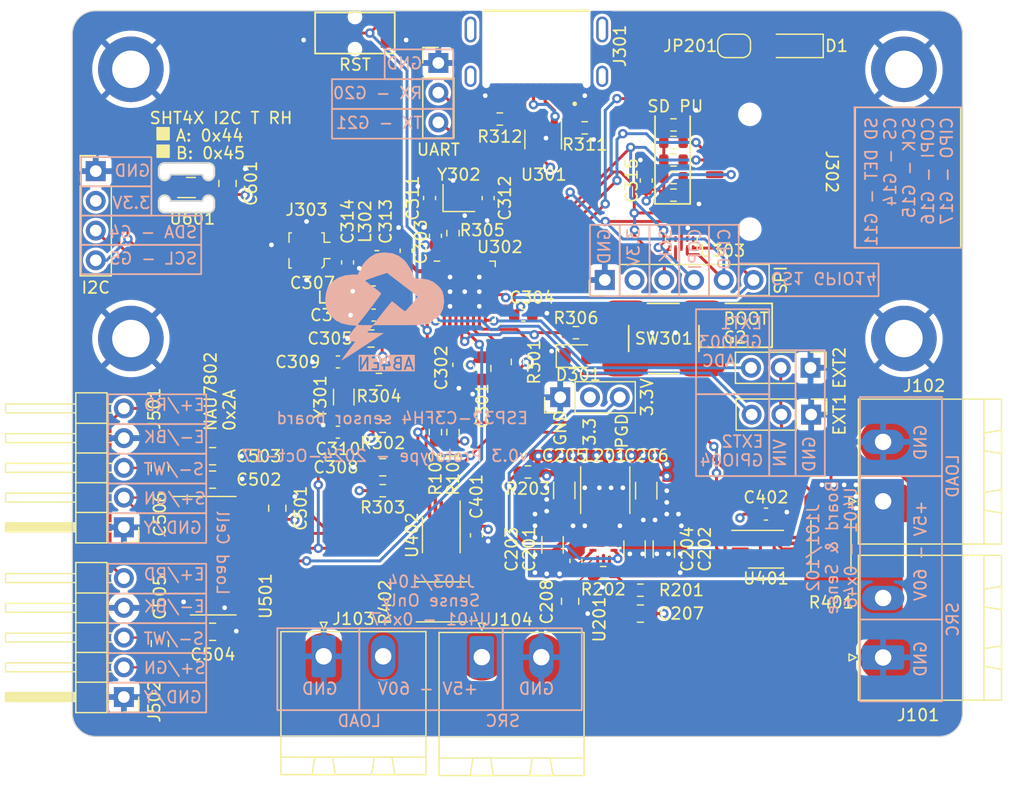
<source format=kicad_pcb>
(kicad_pcb (version 20240108) (generator "pcbnew") (generator_version "8.0")
  (layers (0 "F.Cu" signal) (1 "In1.Cu" signal) (2 "In2.Cu" signal) (31 "B.Cu" signal) (34 "B.Paste" user) (35 "F.Paste" user) (36 "B.SilkS" user "B.Silkscreen") (37 "F.SilkS" user "F.Silkscreen") (38 "B.Mask" user) (39 "F.Mask" user) (44 "Edge.Cuts" user))
  (net 0 "")
  (net 1 "Net-(U201-BOOT)")
  (net 2 "VIN")
  (net 3 "GND")
  (net 4 "+3.3V")
  (net 5 "/Microprocessor/VDD33A")
  (net 6 "/Microprocessor/CHIP_EN")
  (net 7 "Net-(C309-Pad1)")
  (net 8 "/Microprocessor/XTAL_32K_N")
  (net 9 "Net-(C311-Pad1)")
  (net 10 "/Microprocessor/XTAL_N")
  (net 11 "/Microprocessor/RF")
  (net 12 "/Load Cell Sensor/E_p")
  (net 13 "Net-(U501-VBG)")
  (net 14 "/Load Cell Sensor/S2_N")
  (net 15 "/Load Cell Sensor/S2_P")
  (net 16 "/Load Cell Sensor/S1_N")
  (net 17 "/Load Cell Sensor/S1_P")
  (net 18 "+5V")
  (net 19 "/Microprocessor/SD_CS")
  (net 20 "/Microprocessor/SPI_COPI")
  (net 21 "/Microprocessor/SPI_SCK")
  (net 22 "/Microprocessor/SPI_CIPO")
  (net 23 "/Microprocessor/SD_DET")
  (net 25 "P_GOOD")
  (net 26 "/Microprocessor/GPIO08_BOOT")
  (net 27 "/Microprocessor/GPIO02_BOOT")
  (net 28 "/Microprocessor/XTAL_32K_P")
  (net 29 "/Microprocessor/XTAL_P")
  (net 30 "/Microprocessor/GPIO09_BOOT")
  (net 31 "Net-(D301-A)")
  (net 32 "/Microprocessor/UART_RX")
  (net 33 "/Microprocessor/UART_TX")
  (net 35 "/Microprocessor/EXT_1")
  (net 36 "/Microprocessor/EXT_2")
  (net 37 "/Microprocessor/SPI_CS1")
  (net 42 "/Load Cell Sensor/DRDY_NAU")
  (net 43 "/Power/SW")
  (net 44 "/Power/FB")
  (net 45 "/Power/VCC")
  (net 46 "/Vbus1_in")
  (net 47 "/Vbus2_in")
  (net 48 "/Vbus2_out")
  (net 49 "/Power Measurement/I2C_SCL")
  (net 50 "/Power Measurement/I2C_SDA")
  (net 51 "/Microprocessor/USB_N")
  (net 52 "/Microprocessor/USB_P")
  (net 53 "/Microprocessor/RF_ANT")
  (net 54 "/Microprocessor/STATUS_LED")
  (net 56 "Net-(D1-A)")
  (net 57 "Net-(J301-CC1)")
  (net 58 "Net-(J301-CC2)")
  (net 60 "Net-(J302-VDD)")
  (net 65 "/Microprocessor/SD_DAT2")
  (footprint "Connector_Phoenix_MSTB:PhoenixContact_MSTBA_2,5_2-G-5,08_1x02_P5.08mm_Horizontal" (layer "F.Cu") (at 106.96 125.1505)
    (property "Reference" "J103")
    (property "Value" "Conn_01x02")
  )
  (footprint "Capacitor_SMD:C_0603_1608Metric" (layer "F.Cu") (at 128.5 117 90)
    (property "Reference" "C201")
    (property "Value" "0.1uF")
  )
  (footprint "Connector_PinHeader_2.54mm:PinHeader_1x05_P2.54mm_Horizontal" (layer "F.Cu") (at 89.9 128.63 180)
    (property "Reference" "J502")
    (property "Value" "Conn_01x05")
  )
  (footprint "Connector_Phoenix_MSTB:PhoenixContact_MSTBA_2,5_2-G-5,08_1x02_P5.08mm_Horizontal" (layer "F.Cu") (at 154.7225 111.91 90)
    (property "Reference" "J102")
    (property "Value" "Conn_01x02")
  )
  (footprint "Resistor_SMD:R_0603_1608Metric" (layer "F.Cu") (at 112 111 180)
    (property "Reference" "R303")
    (property "Value" "R_Small")
  )
  (footprint "Capacitor_SMD:C_1206_3216Metric" (layer "F.Cu") (at 126.5 115.625 90)
    (property "Reference" "C203")
    (property "Value" "220nF")
  )
  (footprint "BVH_Components_Misc:Diode_10Pin_DFN2510A-10_10-XFDFN_SOT1176-1" (layer "F.Cu") (at 137.5 89.8875 90)
    (property "Reference" "U303")
    (property "Value" "~")
  )
  (footprint "Capacitor_SMD:C_1206_3216Metric" (layer "F.Cu") (at 133.5 116 90)
    (property "Reference" "C204")
    (property "Value" "220nF")
  )
  (footprint "Package_DFN_QFN:QFN-32-1EP_5x5mm_P0.5mm_EP3.45x3.45mm" (layer "F.Cu") (at 119 94)
    (property "Reference" "U302")
    (property "Value" "ESP32-C3")
  )
  (footprint "Resistor_SMD:R_0603_1608Metric" (layer "F.Cu") (at 124.4 109.4 180)
    (property "Reference" "R203")
    (property "Value" "100k")
  )
  (footprint "Resistor_SMD:R_0603_1608Metric" (layer "F.Cu") (at 134 119.5 180)
    (property "Reference" "R201")
    (property "Value" "100k")
  )
  (footprint "Resistor_SMD:R_2512_6332Metric" (layer "F.Cu") (at 117.0375 120.5)
    (property "Reference" "R402")
    (property "Value" "4mR")
  )
  (footprint "Capacitor_SMD:C_0805_2012Metric" (layer "F.Cu") (at 120.5 100.55 -90)
    (property "Reference" "C301")
    (property "Value" "10uF")
  )
  (footprint "Capacitor_SMD:C_0603_1608Metric" (layer "F.Cu") (at 124 96)
    (property "Reference" "C304")
    (property "Value" "0.1uF")
  )
  (footprint "Connector_PinHeader_2.54mm:PinHeader_1x03_P2.54mm_Vertical" (layer "F.Cu") (at 127.156 103.02 90)
    (property "Reference" "J201" (hide yes))
    (property "Value" "3.3V")
  )
  (footprint "Diode_SMD:D_SOD-123" (layer "F.Cu") (at 147.25 73 180)
    (property "Reference" "D1")
    (property "Value" "D_Small")
  )
  (footprint "Resistor_SMD:R_0603_1608Metric" (layer "F.Cu") (at 123.5 100 -90)
    (property "Reference" "R301")
    (property "Value" "100k")
  )
  (footprint "Capacitor_SMD:C_1206_3216Metric" (layer "F.Cu") (at 136 116 90)
    (property "Reference" "C202")
    (property "Value" "4.7uF")
  )
  (footprint "Capacitor_SMD:C_0805_2012Metric" (layer "F.Cu") (at 128 120.45 -90)
    (property "Reference" "C208")
    (property "Value" "1uF")
  )
  (footprint "BVH_Power:LMR36006-VQFN-HR" (layer "F.Cu") (at 130.85 115.45)
    (property "Reference" "U201")
    (property "Value" "LMR36006")
  )
  (footprint "Resistor_SMD:R_0603_1608Metric" (layer "F.Cu") (at 136.825 82.75 180)
    (property "Reference" "R310" (hide yes))
    (property "Value" "50k" (hide yes))
  )
  (footprint "Connector_PinHeader_2.54mm:PinHeader_1x05_P2.54mm_Horizontal" (layer "F.Cu") (at 89.9 114.13 180)
    (property "Reference" "J501")
    (property "Value" "Conn_01x05")
  )
  (footprint "Capacitor_SMD:C_0603_1608Metric" (layer "F.Cu") (at 111.225 93 180)
    (property "Reference" "C307")
    (property "Value" "0.1uF")
  )
  (footprint "BVH_Logos:SkyIron_logo_Back" (layer "F.Cu") (at 111.5 95.25)
    (property "Reference" "G***" (hide yes))
    (property "Value" "LOGO" (hide yes))
  )
  (footprint "Capacitor_SMD:C_0805_2012Metric" (layer "F.Cu") (at 98.75 84.75 90)
    (property "Reference" "C601")
    (property "Value" "1uF")
  )
  (footprint "Resistor_SMD:R_0603_1608Metric" (layer "F.Cu") (at 118 106 90)
    (property "Reference" "R101")
    (property "Value" "2k2")
  )
  (footprint "Capacitor_SMD:C_0603_1608Metric" (layer "F.Cu") (at 108.175 100 180)
    (property "Reference" "C309")
    (property "Value" "12.5pF")
  )
  (footprint "Connector_Coaxial:U.FL_Molex_MCRF_73412-0110_Vertical" (layer "F.Cu") (at 105.5 90.475 90)
    (property "Reference" "J303")
    (property "Value" "Conn_Coaxial")
  )
  (footprint "Resistor_SMD:R_0603_1608Metric" (layer "F.Cu") (at 129.25 80 180)
    (property "Reference" "R311")
    (property "Value" "5.1k")
  )
  (footprint "Inductor_SMD:L_0402_1005Metric" (layer "F.Cu") (at 110.725 94.5)
    (property "Reference" "L301")
    (property "Value" "2.0nH")
  )
  (footprint "MountingHole:MountingHole_3.2mm_M3_DIN965_Pad" (layer "F.Cu") (at 90.5 98)
    (property "Reference" "H101" (hide yes))
    (property "Value" "MountingHole_Pad")
  )
  (footprint "Capacitor_SMD:C_0603_1608Metric" (layer "F.Cu") (at 121 86 -90)
    (property "Reference" "C312")
    (property "Value" "10pF")
  )
  (footprint "Connector_PinHeader_2.54mm:PinHeader_1x06_P2.54mm_Vertical" (layer "F.Cu") (at 130.96 93 90)
    (property "Reference" "J308" (hide yes))
    (property "Value" "SPI")
  )
  (footprint "Package_SO:SOIC-16_3.9x9.9mm_P1.27mm" (layer "F.Cu") (at 97.525 116.555)
    (property "Reference" "U501")
    (property "Value" "~")
  )
  (footprint "Resistor_SMD:R_0603_1608Metric" (layer "F.Cu") (at 136.825 81.25 180)
    (property "Reference" "R308" (hide yes))
    (property "Value" "50k" (hide yes))
  )
  (footprint "Capacitor_SMD:C_0603_1608Metric" (layer "F.Cu") (at 144.7225 113)
    (property "Reference" "C402")
    (property "Value" "0.1uF")
  )
  (footprint "Resistor_SMD:R_0603_1608Metric" (layer "F.Cu") (at 136.825 85.75 180)
    (property "Reference" "R307" (hide yes))
    (property "Value" "50k" (hide yes))
  )
  (footprint "BVH_Switches:Tac_SMD_6.4mm_Side_SPST_NO" (layer "F.Cu") (at 109.63 71.905 180)
    (property "Reference" "SW302")
    (property "Value" "RST")
  )
  (footprint "Crystal:Crystal_SMD_2016-4Pin_2.0x1.6mm" (layer "F.Cu") (at 118.5 86)
    (property "Reference" "Y302")
    (property "Value" "40 MHz")
  )
  (footprint "Connector_Phoenix_MSTB:PhoenixContact_MSTBA_2,5_2-G-5,08_1x02_P5.08mm_Horizontal" (layer "F.Cu") (at 154.7225 125.25 90)
    (property "Reference" "J101")
    (property "Value" "Conn_01x02")
  )
  (footprint "Connector_PinHeader_2.54mm:PinHeader_1x03_P2.54mm_Vertical" (layer "F.Cu") (at 116.75 74.46)
    (property "Reference" "J304" (hide yes))
    (property "Value" "UART")
  )
  (footprint "Capacitor_SMD:C_0805_2012Metric" (layer "F.Cu") (at 97.475 123.055 180)
    (property "Reference" "C504")
    (property "Value" "1uF")
  )
  (footprint "BVH_Connectors_Misc:MicroSD_Socket_Unbranded" (layer "F.Cu") (at 140.845 83.75 -90)
    (property "Reference" "J302")
    (property "Value" "Micro_SD_Card_Det")
  )
  (footprint "Inductor_SMD:L_Taiyo-Yuden_MD-4040" (layer "F.Cu") (at 131 110.95 90)
    (property "Reference" "L201")
    (property "Value" "10uH")
  )
  (footprint "Capacitor_SMD:C_0805_2012Metric" (layer "F.Cu") (at 97.475 108.055)
    (property "Reference" "C503")
    (property "Value" "1uF")
  )
  (footprint "Capacitor_SMD:C_0603_1608Metric" (layer "F.Cu") (at 118.5 100.25 -90)
    (property "Reference" "C302")
    (property "Value" "0.1uF")
  )
  (footprint "Connector_PinHeader_2.54mm:PinHeader_1x03_P2.54mm_Vertical" (layer "F.Cu") (at 148.58 104.5 -90)
    (property "Reference" "J305" (hide yes))
    (property "Value" "EXT1")
  )
  (footprint "Resistor_SMD:R_0603_1608Metric" (layer "F.Cu") (at 136.825 79.75)
    (property "Reference" "R314" (hide yes))
    (property "Value" "50k" (hide yes))
  )
  (footprint "Resistor_SMD:R_0603_1608Metric" (layer "F.Cu") (at 128.5 97.5 180)
    (property "Reference" "R306")
    (property "Value" "R_Small")
  )
  (footprint "Crystal:Crystal_SMD_3215-2Pin_3.2x1.5mm" (layer "F.Cu") (at 108.675 103 90)
    (property "Reference" "Y301")
    (property "Value" "32kHz RTC Crystal")
  )
  (footprint "Resistor_SMD:R_2512_6332Metric" (layer "F.Cu") (at 150.27 115.72 90)
    (property "Reference" "R401")
    (property "Value" "4mR")
  )
  (footprint "MountingHole:MountingHole_3.2mm_M3_DIN965_Pad" (layer "F.Cu") (at 156.5 75)
    (property "Reference" "H103" (hide yes))
    (property "Value" "MountingHole_Pad")
  )
  (footprint "Resistor_SMD:R_0603_1608Metric" (layer "F.Cu") (at 118 89 90)
    (property "Reference" "R305")
    (property "Value" "0")
  )
  (footprint "Capacitor_SMD:C_0805_2012Metric" (layer "F.Cu") (at 112 109 180)
    (property "Reference" "C308")
    (property "Value" "1uF")
  )
  (footprint "BVH_Switches:TacButton_SMD_5mm_5mm" (layer "F.Cu") (at 136 98 180)
    (property "Reference" "SW301")
    (property "Value" "BOOT" (hide yes))
  )
  (footprint "Capacitor_SMD:C_0603_1608Metric" (layer "F.Cu") (at 116 86 90)
    (property "Reference" "C311")
    (property "Value" "10pF")
  )
  (footprint "Capacitor_SMD:C_0603_1608Metric" (layer "F.Cu") (at 108.175 106 180)
    (property "Reference" "C310")
    (property "Value" "12.5pF")
  )
  (footprint "Connector_PinHeader_2.54mm:PinHeader_1x03_P2.54mm_Vertical" (layer "F.Cu") (at 148.525 100.5 -90)
    (property "Reference" "J306" (hide yes))
    (property "Value" "EXT2")
  )
  (footprint "Capacitor_SMD:C_0603_1608Metric" (layer "F.Cu") (at 109 91.5 -90)
    (property "Reference" "C314")
    (property "Value" "2.1pF")
  )
  (footprint "Resistor_SMD:R_0603_1608Metric" (layer "F.Cu") (at 111.675 101.5 180)
    (property "Reference" "R304")
    (property "Value" "0")
  )
  (footprint "Capacitor_SMD:C_0603_1608Metric" (layer "F.Cu") (at 111.225 96 180)
    (property "Reference" "C306")
    (property "Value" "0.1uF")
  )
  (footprint "Resistor_SMD:R_0603_1608Metric" (layer "F.Cu") (at 122 79.25)
    (property "Reference" "R312")
    (property "Value" "5.1k")
  )
  (footprint "Capacitor_SMD:C_0603_1608Metric" (layer "F.Cu") (at 116.5 89.225 90)
    (property "Reference" "C303")
    (property "Value" "0.1uF")
  )
  (footprint "Resistor_SMD:R_0603_1608Metric" (layer "F.Cu") (at 112 105.5 180)
    (property "Reference" "R302")
    (property "Value" "100k")
  )
  (footprint "Capacitor_SMD:C_0805_2012Metric" (layer "F.Cu") (at 103 112.5 90)
    (property "Reference" "C501")
    (property "Value" "1uF")
  )
  (footprint "Capacitor_SMD:C_0805_2012Metric" (layer "F.Cu") (at 134 121.5 180)
    (property "Reference" "C207")
    (property "Value" "20pF")
  )
  (footprint "Capacitor_SMD:C_1206_3216Metric" (layer "F.Cu") (at 134.5 111 -90)
    (property "Reference" "C206")
    (property "Value" "15uF")
  )
  (footprint "Capacitor_SMD:C_0805_2012Metric" (layer "F.Cu") (at 97.475 110.055)
    (property "Reference" "C502")
    (property "Value" "1uF")
  )
  (footprint "Connector_Phoenix_MSTB:PhoenixContact_MSTBA_2,5_2-G-5,08_1x02_P5.08mm_Horizontal" (layer "F.Cu") (at 120.46 125.2225)
    (property "Reference" "J104")
    (property "Value" "Conn_01x02")
  )
  (footprint "Capacitor_SMD:C_0603_1608Metric" (layer "F.Cu") (at 120.004 114.81 -90)
    (property "Reference" "C401")
    (property "Value" "0.1uF")
  )
  (footprint "USB4510-03-1-A:GCT_USB4510-03-1-A_REVA" (layer "F.Cu") (at 125.12 71.6 180)
    (property "Reference" "J301")
    (property "Value" "USB4510-03-1-A_REVA")
    (fp_line (start 4.62 1.6) (end 6.36 1.6) (stroke (width 0.01)) (layer "Edge.Cuts"))
    (fp_line (start 4.62 -4.6) (end 4.62 1.6) (stroke (width 0.01)) (layer "Edge.Cuts"))
    (fp_line (start -3.82 -4.6) (end 3.82 -4.6) (stroke (width 0.01)) (layer "Edge.Cuts"))
    (fp_line (start -4.62 1.6) (end -4.62 -4.6) (stroke (width 0.01)) (layer "Edge.Cuts"))
    (fp_line (start -6.52 1.6) (end -4.62 1.6) (stroke (width 0.01)) (layer "Edge.Cuts"))
    (fp_arc (start 4.295 -5) (mid 4.540343 -4.86731) (end 4.62 -4.6) (stroke (width 0.01)) (layer "Edge.Cuts"))
    (fp_arc (start 3.97 -4.72) (mid 4.07451 -4.92731) (end 4.295 -5) (stroke (width 0.01)) (layer "Edge.Cuts"))
    (fp_arc (start 3.97 -4.72) (mid 3.919853 -4.628934) (end 3.82 -4.6) (stroke (width 0.01)) (layer "Edge.Cuts"))
    (fp_arc (start -3.82 -4.6) (mid -3.919853 -4.628934) (end -3.97 -4.72) (stroke (width 0.01)) (layer "Edge.Cuts"))
    (fp_arc (start -4.295 -5) (mid -4.07451 -4.92731) (end -3.97 -4.72) (stroke (width 0.01)) (layer "Edge.Cuts"))
    (fp_arc (start -4.62 -4.6) (mid -4.540343 -4.86731) (end -4.295 -5) (stroke (width 0.01)) (layer "Edge.Cuts"))
  )
  (footprint "MountingHole:MountingHole_3.2mm_M3_DIN965_Pad" (layer "F.Cu") (at 156.5 98)
    (property "Reference" "H102" (hide yes))
    (property "Value" "MountingHole_Pad")
  )
  (footprint "Jumper:SolderJumper-2_P1.3mm_Bridged_RoundedPad1.0x1.5mm" (layer "F.Cu") (at 142 73)
    (property "Reference" "JP201")
    (property "Value" "USB Power Jumper")
  )
  (footprint "Capacitor_SMD:C_0805_2012Metric" (layer "F.Cu") (at 92.975 124.055 -90)
    (property "Reference" "C505")
    (property "Value" "DNP")
  )
  (footprint "Capacitor_SMD:C_0805_2012Metric" (layer "F.Cu") (at 111 98 180)
    (property "Reference" "C305")
    (property "Value" "10uF")
  )
  (footprint "Inductor_SMD:L_0603_1608Metric" (layer "F.Cu") (at 111.5 91 180)
    (property "Reference" "L302")
    (property "Value" "5.6nH")
  )
  (footprint "Capacitor_SMD:C_0603_1608Metric" (layer "F.Cu") (at 114 90.5 90)
    (property "Reference" "C313")
    (property "Value" "2.1pF")
  )
  (footprint "Sensor_Humidity:Sensirion_DFN-4_1.5x1.5mm_P0.8mm_SHT4x_NoCentralPad" (layer "F.Cu") (at 95.25 85.1)
    (property "Reference" "U601")
    (property "Value" "SHT4x")
  )
  (footprint "Package_TO_SOT_SMD:SOT-23-6" (layer "F.Cu") (at 125.7 81 -90)
    (property "Reference" "U301")
    (property "Value" "~")
  )
  (footprint "LED_SMD:LED_0805_2012Metric" (layer "F.Cu") (at 128.5 99.5)
    (property "Reference" "D301")
    (property "Value" "STATUS_LED")
  )
  (footprint "MountingHole:MountingHole_3.2mm_M3_DIN965_Pad" (layer "F.Cu") (at 90.5 75)
    (property "Reference" "H104" (hide yes))
    (property "Value" "MountingHole_Pad")
  )
  (footprint "Capacitor_SMD:C_0805_2012Metric" (layer "F.Cu") (at 92.975 109.055 -90)
    (property "Reference" "C506")
    (property "Value" "DNP")
  )
  (footprint "Capacitor_SMD:C_1206_3216Metric" (layer "F.Cu") (at 127.5 110.975 -90)
    (property "Reference" "C205")
    (property "Value" "15uF")
  )
  (footprint "Resistor_SMD:R_0603_1608Metric" (layer "F.Cu") (at 130.825 118 180)
    (property "Reference" "R202")
    (property "Value" "43.2k")
  )
  (footprint "Package_SO:VSSOP-10_3x3mm_P0.5mm" (layer "F.Cu") (at 117 114.8 -90)
    (property "Reference" "U402")
    (property "Value" "INA237")
  )
  (footprint "Package_SO:VSSOP-10_3x3mm_P0.5mm" (layer "F.Cu") (at 144.7225 116)
    (property "Reference" "U401")
    (property "Value" "INA237")
  )
  (footprint "Resistor_SMD:R_0603_1608Metric" (layer "F.Cu") (at 136.825 84.25 180)
    (property "Reference" "R309" (hide yes))
    (property "Value" "50k" (hide yes))
  )
  (footprint "Resistor_SMD:R_0603_1608Metric" (layer "F.Cu") (at 116.5 106 90)
    (property "Reference" "R102")
    (property "Value" "2k2")
  )
  (footprint "Connector_PinHeader_2.54mm:PinHeader_1x04_P2.54mm_Vertical" (layer "F.Cu") (at 87.5 83.7)
    (property "Reference" "J307" (hide yes))
    (property "Value" "I2C")
  )
  (footprint "Capacitor_SMD:C_0603_1608Metric" (layer "F.Cu") (at 134.5 84.5 -90)
    (property "Reference" "C315")
    (property "Value" "0.1uF")
  )
  (gr_rect (start 122.25 122.75) (end 129 129.75) (stroke (width 0.15)) (fill none) (layer "B.SilkS"))
  (gr_rect (start 132.236 88.288) (end 134.776 94.384) (stroke (width 0.15)) (fill none) (layer "B.SilkS"))
  (gr_rect (start 152.75 122) (end 159.75 129) (stroke (width 0.15)) (fill none) (layer "B.SilkS"))
  (gr_rect (start 138.75 95.5) (end 145 102.75) (stroke (width 0.15)) (fill none) (layer "B.SilkS"))
  (gr_rect (start 86.25 82.5) (end 92.25 85) (stroke (width 0.15)) (fill none) (layer "B.SilkS"))
  (gr_rect (start 139.856 88.288) (end 142.396 94.384) (stroke (width 0.15)) (fill none) (layer "B.SilkS"))
  (gr_rect (start 145 99) (end 147.254 109.75) (stroke (width 0.15)) (fill none) (layer "B.SilkS"))
  (gr_rect (start 112.17 73.302) (end 118.012 75.842) (stroke (width 0.15)) (fill none) (layer "B.SilkS"))
  (gr_rect (start 88.548 107.846) (end 96.93 110.386) (stroke (width 0.15)) (fill none) (layer "B.SilkS"))
  (gr_rect (start 88.548 117.244) (end 96.93 119.784) (stroke (width 0.15)) (fill none) (layer "B.SilkS"))
  (gr_rect (start 129.696 88.288) (end 132.236 94.384) (stroke (width 0.15)) (fill none) (layer "B.SilkS"))
  (gr_rect (start 142.396 91.59) (end 154.334 94.384) (stroke (width 0.15)) (fill none) (layer "B.SilkS"))
  (gr_rect (start 88.548 127.404) (end 96.93 129.944) (stroke (width 0.15)) (fill none) (layer "B.SilkS"))
  (gr_rect (start 88.548 105.306) (end 96.93 107.846) (stroke (width 0.15)) (fill none) (layer "B.SilkS"))
  (gr_rect (start 88.548 102.766) (end 96.93 105.306) (stroke (width 0.15)) (fill none) (layer "B.SilkS"))
  (gr_rect (start 152.281 78.25) (end 161.469 90.25) (stroke (width 0.15)) (fill none) (layer "B.SilkS"))
  (gr_rect (start 86.25 85) (end 92.25 87.5) (stroke (width 0.15)) (fill none) (layer "B.SilkS"))
  (gr_rect (start 86.25 87.5) (end 96.5 90) (stroke (width 0.15)) (fill none) (layer "B.SilkS"))
  (gr_rect (start 107.67 75.842) (end 118.012 78.382) (stroke (width 0.15)) (fill none) (layer "B.SilkS"))
  (gr_rect (start 110 122.75) (end 122.25 129.75) (stroke (width 0.15)) (fill none) (layer "B.SilkS"))
  (gr_rect (start 107.67 78.382) (end 118.012 80.922) (stroke (width 0.15)) (fill none) (layer "B.SilkS"))
  (gr_rect (start 88.548 122.324) (end 96.93 124.864) (stroke (width 0.15)) (fill none) (layer "B.SilkS"))
  (gr_rect (start 152.75 103) (end 159.75 109.75) (stroke (width 0.15)) (fill none) (layer "B.SilkS"))
  (gr_rect (start 152.75 109.75) (end 159.75 122) (stroke (width 0.15)) (fill none) (layer "B.SilkS"))
  (gr_rect (start 88.548 110.386) (end 96.93 112.926) (stroke (width 0.15)) (fill none) (layer "B.SilkS"))
  (gr_rect (start 103 122.75) (end 110 129.75) (stroke (width 0.15)) (fill none) (layer "B.SilkS"))
  (gr_rect (start 138.75 102.75) (end 145 109.75) (stroke (width 0.15)) (fill none) (layer "B.SilkS"))
  (gr_rect (start 137.316 88.288) (end 139.856 94.384) (stroke (width 0.15)) (fill none) (layer "B.SilkS"))
  (gr_rect (start 134.776 88.288) (end 137.316 94.384) (stroke (width 0.15)) (fill none) (layer "B.SilkS"))
  (gr_rect (start 147.254 99) (end 149.746 109.75) (stroke (width 0.15)) (fill none) (layer "B.SilkS"))
  (gr_rect (start 86.25 90) (end 96.5 92.5) (stroke (width 0.15)) (fill none) (layer "B.SilkS"))
  (gr_rect (start 88.548 124.864) (end 96.93 127.404) (stroke (width 0.15)) (fill none) (layer "B.SilkS"))
  (gr_rect (start 88.548 119.784) (end 96.93 122.324) (stroke (width 0.15)) (fill none) (layer "B.SilkS"))
  (gr_rect (start 88.548 112.926) (end 96.93 115.466) (stroke (width 0.15)) (fill none) (layer "B.SilkS"))
  (gr_line (start 141.25 95) (end 145.25 95) (stroke (width 0.15)) (layer "F.SilkS"))
  (gr_line (start 135.25 79) (end 135.25 86.5) (stroke (width 0.15)) (layer "F.SilkS"))
  (gr_line (start 145.25 98.75) (end 139 98.75) (stroke (width 0.15)) (layer "F.SilkS"))
  (gr_line (start 135.25 86.5) (end 138.25 86.5) (stroke (width 0.15)) (layer "F.SilkS"))
  (gr_rect (start 92.75 80) (end 93.75 81) (stroke (width 0.15)) (fill solid) (layer "F.SilkS"))
  (gr_line (start 138.25 86.5) (end 138.25 79) (stroke (width 0.15)) (layer "F.SilkS"))
  (gr_line (start 145.25 95) (end 145.25 98.75) (stroke (width 0.15)) (layer "F.SilkS"))
  (gr_rect (start 92.75 81.5) (end 93.75 82.5) (stroke (width 0.15)) (fill solid) (layer "F.SilkS"))
  (gr_line (start 92.875 84) (end 92.875 83.5) (stroke (width 0.15)) (layer "Edge.Cuts"))
  (gr_arc (start 92.875 86.25) (mid 93.021447 85.896447) (end 93.375 85.75) (stroke (width 0.15)) (layer "Edge.Cuts"))
  (gr_line (start 97.625 83.5) (end 97.625 84) (stroke (width 0.15)) (layer "Edge.Cuts"))
  (gr_arc (start 97.625 86.75) (mid 97.478553 87.103553) (end 97.125 87.25) (stroke (width 0.15)) (layer "Edge.Cuts"))
  (gr_arc (start 87.5 132) (mid 86.085786 131.414214) (end 85.5 130) (stroke (width 0.1)) (layer "Edge.Cuts"))
  (gr_arc (start 85.5 72) (mid 86.085786 70.585786) (end 87.5 70) (stroke (width 0.1)) (layer "Edge.Cuts"))
  (gr_arc (start 159.5 70) (mid 160.914214 70.585786) (end 161.5 72) (stroke (width 0.1)) (layer "Edge.Cuts"))
  (gr_arc (start 161.5 130) (mid 160.914214 131.414214) (end 159.5 132) (stroke (width 0.1)) (layer "Edge.Cuts"))
  (gr_line (start 92.875 86.25) (end 92.875 86.75) (stroke (width 0.15)) (layer "Edge.Cuts"))
  (gr_arc (start 93.375 87.25) (mid 93.021447 87.103553) (end 92.875 86.75) (stroke (width 0.15)) (layer "Edge.Cuts"))
  (gr_line (start 97.625 86.75) (end 97.625 86.25) (stroke (width 0.15)) (layer "Edge.Cuts"))
  (gr_arc (start 93.375 85.75) (mid 93.728553 85.896447) (end 93.875 86.25) (stroke (width 0.15)) (layer "Edge.Cuts"))
  (gr_line (start 85.5 130) (end 85.5 72) (stroke (width 0.1)) (layer "Edge.Cuts"))
  (gr_line (start 159.5 132) (end 87.5 132) (stroke (width 0.1)) (layer "Edge.Cuts"))
  (gr_line (start 159.5 70) (end 131.64 70) (stroke (width 0.1)) (layer "Edge.Cuts"))
  (gr_arc (start 97.125 84.5) (mid 96.771447 84.353553) (end 96.625 84) (stroke (width 0.15)) (layer "Edge.Cuts"))
  (gr_arc (start 93.375 84.5) (mid 93.021447 84.353553) (end 92.875 84) (stroke (width 0.15)) (layer "Edge.Cuts"))
  (gr_arc (start 93.875 84) (mid 93.728553 84.353553) (end 93.375 84.5) (stroke (width 0.15)) (layer "Edge.Cuts"))
  (gr_line (start 93.375 83) (end 97.125 83) (stroke (width 0.15)) (layer "Edge.Cuts"))
  (gr_arc (start 97.125 83) (mid 97.478553 83.146447) (end 97.625 83.5) (stroke (width 0.15)) (layer "Edge.Cuts"))
  (gr_line (start 96.625 86.25) (end 93.875 86.25) (stroke (width 0.15)) (layer "Edge.Cuts"))
  (gr_line (start 87.5 70) (end 118.76 70) (stroke (width 0.1)) (layer "Edge.Cuts"))
  (gr_arc (start 96.625 86.25) (mid 96.771447 85.896447) (end 97.125 85.75) (stroke (width 0.15)) (layer "Edge.Cuts"))
  (gr_line (start 96.625 84) (end 93.875 84) (stroke (width 0.15)) (layer "Edge.Cuts"))
  (gr_arc (start 97.125 85.75) (mid 97.478553 85.896447) (end 97.625 86.25) (stroke (width 0.15)) (layer "Edge.Cuts"))
  (gr_arc (start 92.875 83.5) (mid 93.021447 83.146447) (end 93.375 83) (stroke (width 0.15)) (layer "Edge.Cuts"))
  (gr_arc (start 97.625 84) (mid 97.478553 84.353553) (end 97.125 84.5) (stroke (width 0.15)) (layer "Edge.Cuts"))
  (gr_line (start 93.375 87.25) (end 97.125 87.25) (stroke (width 0.15)) (layer "Edge.Cuts"))
  (gr_line (start 161.5 72) (end 161.5 130) (stroke (width 0.1)) (layer "Edge.Cuts"))
  (gr_text "GND/Y" (at 91.5 114.75 0) (layer "B.SilkS") (effects (font (size 1 1)) (justify right bottom mirror)))
  (gr_text "GND" (at 115.472 75.08 0) (layer "B.SilkS") (effects (font (size 1 1)) (justify left bottom mirror)))
  (gr_text "TX - G21" (at 115.472 80.16 0) (layer "B.SilkS") (effects (font (size 1 1)) (justify left bottom mirror)))
  (gr_text "SDA - G4" (at 96.25 89.5 0) (layer "B.SilkS") (effects (font (size 1 1)) (justify left bottom mirror)))
  (gr_text "EXT2\nGPIO04" (at 144.6 109 0) (layer "B.SilkS") (effects (font (size 1 1)) (justify left bottom mirror)))
  (gr_text "RX - G20" (at 115.472 77.62 0) (layer "B.SilkS") (effects (font (size 1 1)) (justify left bottom mirror)))
  (gr_text "VIN" (at 146.5 106.5 90) (layer "B.SilkS") (effects (font (size 1 1)) (justify left bottom mirror)))
  (gr_text "GND/Y" (at 91.5 129.228 0) (layer "B.SilkS") (effects (font (size 1 1)) (justify right bottom mirror)))
  (gr_text "GND" (at 92.25 84.25 -0) (layer "B.SilkS") (effects (font (size 1 1)) (justify left bottom mirror)))
  (gr_text "SD DET - G11\nCS - G14\nSCK - G15\nCOPI - G16\nCIPO - G17" (at 160.75 79 90) (layer "B.SilkS") (effects (font (size 1 1)) (justify left bottom mirror)))
  (gr_text "GND" (at 158.5 105.25 90) (layer "B.SilkS") (effects (font (size 1 1)) (justify left bottom mirror)))
  (gr_text "GND" (at 126.75 128.5 0) (layer "B.SilkS") (effects (font (size 1 1)) (justify left bottom mirror)))
  (gr_text "SRC" (at 161.25 122 90) (layer "B.SilkS") (effects (font (size 1 1)) (justify bottom mirror)))
  (gr_text "J101/102\nBoard & Sense\nU401 - 0x46" (at 152.556 115.875 90) (layer "B.SilkS") (effects (font (size 1 1)) (justify bottom mirror)))
  (gr_text "E-/BK" (at 91.5 121.478 0) (layer "B.SilkS") (effects (font (size 1 1)) (justify right bottom mirror)))
  (gr_text "E+/RD" (at 91.5 118.728 0) (layer "B.SilkS") (effects (font (size 1 1)) (justify right bottom mirror)))
  (gr_text "LOAD" (at 161.25 109.75 90) (layer "B.SilkS") (effects (font (size 1 1)) (justify bottom mirror)))
  (gr_text "E-/BK" (at 91.5 107 0) (layer "B.SilkS") (effects (font (size 1 1)) (justify right bottom mirror)))
  (gr_text "E+/RD" (at 91.5 104.25 0) (layer "B.SilkS") (effects (font (size 1 1)) (justify right bottom mirror)))
  (gr_text "+5V - 60V" (at 120.25 128.5 0) (layer "B.SilkS") (effects (font (size 1 1)) (justify left bottom mirror)))
  (gr_text "CIPO" (at 141.75 88.5 90) (layer "B.SilkS") (effects (font (size 1 1)) (justify left bottom mirror)))
  (gr_text "GND" (at 158.5 123.75 90) (layer "B.SilkS") (effects (font (size 1 1)) (justify left bottom mirror)))
  (gr_text "AB4EN" (at 114.75 100.75 0) (layer "B.SilkS" knockout) (effects (font (size 1 1)) (justify left bottom mirror)))
  (gr_text "3.3V" (at 92.25 87 0) (layer "B.SilkS") (effects (font (size 1 1)) (justify left bottom mirror)))
  (gr_text "J103/104\nSense Only\nU401 - 0x47" (at 116.125 122.578 0) (layer "B.SilkS") (effects (font (size 1 1)) (justify bottom mirror)))
  (gr_text "GND" (at 149 106.25 90) (layer "B.SilkS") (effects (font (size 1 1)) (justify left bottom mirror)))
  (gr_text "GND" (at 108.25 128.5 0) (layer "B.SilkS") (effects (font (size 1 1)) (justify left bottom mirror)))
  (gr_text "ESP32-C3FH4 sensor board\n\nv0.3 Prototype - 2024-Oct-17" (at 124.5 108.608 0) (layer "B.SilkS") (effects (font (size 1 1)) (justify left bottom mirror)))
  (gr_text "S+/GN" (at 91.5 112.25 0) (layer "B.SilkS") (effects (font (size 1 1)) (justify right bottom mirror)))
  (gr_text "CS1 GPIO14" (at 145 92.25 180) (layer "B.SilkS") (effects (font (size 1 1)) (justify left bottom mirror)))
  (gr_text "S+/GN" (at 91.5 126.728 0) (layer "B.SilkS") (effects (font (size 1 1)) (justify right bottom mirror)))
  (gr_text "S-/WT" (at 91.5 124.228 0) (layer "B.SilkS") (effects (font (size 1 1)) (justify right bottom mirror)))
  (gr_text "SCK" (at 136.75 88.5 90) (layer "B.SilkS") (effects (font (size 1 1)) (justify left bottom mirror)))
  (gr_text "Load Cell" (at 97.75 120 -90) (layer "B.SilkS") (effects (font (size 1 1)) (justify left bottom mirror)))
  (gr_text "SRC" (at 122.25 131.25 0) (layer "B.SilkS") (effects (font (size 1 1)) (justify bottom mirror)))
  (gr_text "SCL - G5" (at 96.25 91.75 0) (layer "B.SilkS") (effects (font (size 1 1)) (justify left bottom mirror)))
  (gr_text "COPI" (at 139.25 88.5 90) (layer "B.SilkS") (effects (font (size 1 1)) (justify left bottom mirror)))
  (gr_text "LOAD" (at 110 131.25 0) (layer "B.SilkS") (effects (font (size 1 1)) (justify bottom mirror)))
  (gr_text "GND" (at 131.5 88.5 90) (layer "B.SilkS") (effects (font (size 1 1)) (justify left bottom mirror)))
  (gr_text "EXT1\nGPIO03\n   ADC" (at 144.5 100.5 0) (layer "B.SilkS") (effects (font (size 1 1)) (justify left bottom mirror)))
  (gr_text "3.3V" (at 134 88.5 90) (layer "B.SilkS") (effects (font (size 1 1)) (justify left bottom mirror)))
  (gr_text "+5V - 60V" (at 158.5 111.75 90) (layer "B.SilkS") (effects (font (size 1 1)) (justify left bottom mirror)))
  (gr_text "S-/WT" (at 91.5 109.75 0) (layer "B.SilkS") (effects (font (size 1 1)) (justify right bottom mirror)))
  (gr_text "PGD" (at 133 107.5 90) (layer "F.SilkS") (effects (font (size 1 1)) (justify left bottom)))
  (gr_text "GND" (at 127.75 107.25 90) (layer "F.SilkS") (effects (font (size 1 1)) (justify left bottom)))
  (gr_text "BOOT\nG2" (at 141 98.5 0) (layer "F.SilkS") (effects (font (size 1 1)) (justify left bottom)))
  (gr_text "B: 0x45" (at 94.25 82.75 0) (layer "F.SilkS") (effects (font (size 1 1)) (justify left bottom)))
  (gr_text "SD PU" (at 134.5 78.75 0) (layer "F.SilkS") (effects (font (size 1 1)) (justify left bottom)))
  (gr_text "3.3" (at 130.25 107.25 90) (layer "F.SilkS") (effects (font (size 1 1)) (justify left bottom)))
  (gr_text "SHT4X I2C T RH" (at 92 79.75 0) (layer "F.SilkS") (effects (font (size 1 1)) (justify left bottom)))
  (gr_text "NAU7802\n0x2A" (at 99.5 106 90) (layer "F.SilkS") (effects (font (size 1 1)) (justify left bottom)))
  (gr_text "A: 0x44" (at 94.25 81.25 0) (layer "F.SilkS") (effects (font (size 1 1)) (justify left bottom)))
  (segment (start 128.5 117.775) (end 128.5 117.55) (width 0.25) (layer "F.Cu") (net 1))
  (segment (start 128.5 117.55) (end 129.95 116.1) (width 0.25) (layer "F.Cu") (net 1))
  (segment (start 146.04 108.5275) (end 150.27 112.7575) (width 0.25) (layer "F.Cu") (net 2))
  (segment (start 148.9 73) (end 149.75 73) (width 0.25) (layer "F.Cu") (net 2))
  (segment (start 145.985 100.5) (end 145.985 104.445) (width 0.25) (layer "F.Cu") (net 2))
  (segment (start 151.5 74.75) (end 151.5 108.5) (width 0.25) (layer "F.Cu") (net 2))
  (segment (start 147.713185 115.5) (end 150.27 112.943185) (width 0.25) (layer "F.Cu") (net 2))
  (segment (start 150.27 112.943185) (end 150.27 112.7575) (width 0.25) (layer "F.Cu") (net 2))
  (segment (start 127.838173 114.975) (end 129.95 114.975) (width 0.5) (layer "F.Cu") (net 2))
  (segment (start 126.5 116.313173) (end 127.838173 114.975) (width 0.5) (layer "F.Cu") (net 2))
  (segment (start 150.27 109.73) (end 150.27 112.7575) (width 0.25) (layer "F.Cu") (net 2))
  (segment (start 146.9225 115.5) (end 147.713185 115.5) (width 0.25) (layer "F.Cu") (net 2))
  (segment (start 149.75 73) (end 151.5 74.75) (width 0.25) (layer "F.Cu") (net 2))
  (segment (start 126.5 116.313173) (end 126.5 117.1) (width 0.5) (layer "F.Cu") (net 2))
  (segment (start 145.985 104.445) (end 146.04 104.5) (width 0.25) (layer "F.Cu") (net 2))
  (segment (start 151.5 108.5) (end 150.27 109.73) (width 0.25) (layer "F.Cu") (net 2))
  (segment (start 146.04 104.5) (end 146.04 108.5275) (width 0.25) (layer "F.Cu") (net 2))
  (via (at 126 118.1) (size 0.8) (drill 0.4) (layers "F.Cu" "B.Cu") (net 2))
  (via (at 152.4 112.5) (size 0.8) (drill 0.4) (layers "F.Cu" "B.Cu") (net 2))
  (via (at 137.4 118) (size 0.8) (drill 0.4) (layers "F.Cu" "B.Cu") (net 2))
  (via (at 152.4 111.5) (size 0.8) (drill 0.4) (layers "F.Cu" "B.Cu") (net 2))
  (via (at 125 118) (size 0.8) (drill 0.4) (layers "F.Cu" "B.Cu") (net 2))
  (via (at 127.1 118.1) (size 0.8) (drill 0.4) (layers "F.Cu" "B.Cu") (net 2))
  (via (at 151.4 110.5) (size 0.8) (drill 0.4) (layers "F.Cu" "B.Cu") (net 2))
  (via (at 133.1 116.4) (size 0.8) (drill 0.4) (layers "F.Cu" "B.Cu") (net 2))
  (via (at 137.4 116.4) (size 0.8) (drill 0.4) (layers "F.Cu" "B.Cu") (net 2))
  (via (at 136.4 116.4) (size 0.8) (drill 0.4) (layers "F.Cu" "B.Cu") (net 2))
  (via (at 134.2 116.4) (size 0.8) (drill 0.4) (layers "F.Cu" "B.Cu") (net 2))
  (via (at 150.5 110.5) (size 0.8) (drill 0.4) (layers "F.Cu" "B.Cu") (net 2))
  (via (at 135.4 116.4) (size 0.8) (drill 0.4) (layers "F.Cu" "B.Cu") (net 2))
  (via (at 125.01026 116.475) (size 0.8) (drill 0.4) (layers "F.Cu" "B.Cu") (net 2))
  (via (at 152.4 110.5) (size 0.8) (drill 0.4) (layers "F.Cu" "B.Cu") (net 2))
  (via (at 149.5 110.5) (size 0.8) (drill 0.4) (layers "F.Cu" "B.Cu") (net 2))
  (segment (start 145.4225 113.075) (end 145.4975 113) (width 0.25) (layer "F.Cu") (net 3))
  (segment (start 115.225 85.225) (end 115 85) (width 0.25) (layer "F.Cu") (net 3))
  (segment (start 117.8 84.7) (end 118 84.5) (width 0.25) (layer "F.Cu") (net 3))
  (segment (start 106.575 72.5) (end 106.83 72.755) (width 0.25) (layer "F.Cu") (net 3))
  (segment (start 104.45 111.55) (end 104.5 111.5) (width 0.25) (layer "F.Cu") (net 3))
  (segment (start 95.05 120.55) (end 95 120.5) (width 0.25) (layer "F.Cu") (net 3))
  (segment (start 102.975 90.475) (end 102.5 90) (width 0.25) (layer "F.Cu") (net 3))
  (segment (start 117.8 85.45) (end 117.8 84.7) (width 0.25) (layer "F.Cu") (net 3))
  (segment (start 130 119.4) (end 130 118) (width 0.25) (layer "F.Cu") (net 3))
  (segment (start 118.5 102.25) (end 118.5 101.025) (width 0.25) (layer "F.Cu") (net 3))
  (segment (start 128 121.4) (end 130 119.4) (width 0.25) (layer "F.Cu") (net 3))
  (segment (start 121.92 76.75) (end 121.25 76.75) (width 0.25) (layer "F.Cu") (net 3))
  (segment (start 130.075 80.925) (end 130 81) (width 0.25) (layer "F.Cu") (net 3))
  (segment (start 127.5625 99.5) (end 126.838298 99.5) (width 0.25) (layer "F.Cu") (net 3))
  (segment (start 112.525 72.75) (end 112.43 72.655) (width 0.25) (layer "F.Cu") (net 3))
  (segment (start 125.7 79.8625) (end 125.7 80.638145) (width 0.25) (layer "F.Cu") (net 3))
  (segment (start 105.5 89) (end 105.5 88) (width 0.25) (layer "F.Cu") (net 3))
  (segment (start 95.05 119.73) (end 95.05 120.45) (width 0.25) (layer "F.Cu") (net 3))
  (segment (start 145.4975 113) (end 146.33 113) (width 0.25) (layer "F.Cu") (net 3))
  (segment (start 98.425 108.055) (end 99.945 108.055) (width 0.25) (layer "F.Cu") (net 3))
  (segment (start 119 94) (end 117.75 94) (width 0.25) (layer "F.Cu") (net 3))
  (segment (start 124.775 96) (end 126 96) (width 0.25) (layer "F.Cu") (net 3))
  (segment (start 140.345 79.6) (end 139.85 79.6) (width 0.25) (layer "F.Cu") (net 3))
  (segment (start 119.2 87.3) (end 119 87.5) (width 0.25) (layer "F.Cu") (net 3))
  (segment (start 159 124) (end 159 109.75) (width 4) (layer "F.Cu") (net 3))
  (segment (start 135 97.5) (end 133.25 95.75) (width 0.25) (layer "F.Cu") (net 3))
  (segment (start 133.25 95.75) (end 132.75 95.75) (width 0.25) (layer "F.Cu") (net 3))
  (segment (start 154.7225 125.25) (end 157.75 125.25) (width 4) (layer "F.Cu") (net 3))
  (segment (start 123.0775 129.4225) (end 125.54 126.96) (width 4) (layer "F.Cu") (net 3))
  (segment (start 134.5 83.725) (end 134.5 83.25) (width 0.25) (layer "F.Cu") (net 3))
  (segment (start 115.55 88.45) (end 115.5 88.5) (width 0.25) (layer "F.Cu") (net 3))
  (segment (start 137 97.5) (end 138.75 95.75) (width 0.25) (layer "F.Cu") (net 3))
  (segment (start 137.5 89.5) (end 137.5 89.096016) (width 0.25) (layer "F.Cu") (net 3))
  (segment (start 139.85 79.6) (end 138.75 78.5) (width 0.25) (layer "F.Cu") (net 3))
  (segment (start 99.945 110.055) (end 100 110) (width 0.25) (layer "F.Cu") (net 3))
  (segment (start 119.2 86.55) (end 119.2 87.3) (width 0.25) (layer "F.Cu") (net 3))
  (segment (start 119.919 115.5) (end 116.988604 115.5) (width 0.25) (layer "F.Cu") (net 3))
  (segment (start 139.3 86.2) (end 139 86.5) (width 0.25) (layer "F.Cu") (net 3))
  (segment (start 100 121) (end 98.5 121) (width 0.25) (layer "F.Cu") (net 3))
  (segment (start 97.8 84.75) (end 98.75 83.8) (width 0.25) (layer "F.Cu") (net 3))
  (segment (start 110.45 93) (end 110.404855 93) (width 0.25) (layer "F.Cu") (net 3))
  (segment (start 109 92.275) (end 109.725 92.275) (width 0.25) (layer "F.Cu") (net 3))
  (segment (start 103 111.55) (end 104.45 111.55) (width 0.25) (layer "F.Cu") (net 3))
  (segment (start 121.175 77.675) (end 120.75 77.25) (width 0.25) (layer "F.Cu") (net 3))
  (segment (start 134.5 83.25) (end 134 82.75) (width 0.25) (layer "F.Cu") (net 3))
  (segment (start 145.4225 115.927081) (end 145.4225 113.075) (width 0.25) (layer "F.Cu") (net 3))
  (segment (start 99.95 83.8) (end 100.25 83.5) (width 0.25) (layer "F.Cu") (net 3))
  (segment (start 130 118) (end 130 118.5) (width 0.25) (layer "F.Cu") (net 3))
  (segment (start 114 72.5) (end 113.75 72.75) (width 0.25) (layer "F.Cu") (net 3))
  (segment (start 137.5 90.275) (end 137.5 89.5) (width 0.25) (layer "F.Cu") (net 3))
  (segment (start 137.5 89.096016) (end 138.048008 88.548008) (width 0.25) (layer "F.Cu") (net 3))
  (segment (start 105.25 72.5) (end 106.575 72.5) (width 0.25) (layer "F.Cu") (net 3))
  (segment (start 109.725 92.275) (end 110 92) (width 0.25) (layer "F.Cu") (net 3))
  (segment (start 120.004 115.585) (end 120.729 115.585) (width 0.25) (layer "F.Cu") (net 3))
  (segment (start 119 94) (end 117.75 95.25) (width 0.25) (layer "F.Cu") (net 3))
  (segment (start 138.75 95.75) (end 139.25 95.75) (width 0.25) (layer "F.Cu") (net 3))
  (segment (start 95.05 121) (end 95.05 120.55) (width 0.25) (layer "F.Cu") (net 3))
  (segment (start 126 96) (end 126.012653 95.987347) (width 0.25) (layer "F.Cu") (net 3))
  (segment (start 126.012653 95.987347) (end 126.012653 95.837347) (width 0.25) (layer "F.Cu") (net 3))
  (segment (start 110.05 98) (end 109 98) (width 0.25) (layer "F.Cu") (net 3))
  (segment (start 120.729 115.585) (end 121.004 115.31) (width 0.25) (layer "F.Cu") (net 3))
  (segment (start 95.05 120.45) (end 95 120.5) (width 0.25) (layer "F.Cu") (net 3))
  (segment (start 116 85.225) (end 115.225 85.225) (width 0.25) (layer "F.Cu") (net 3))
  (segment (start 114 89.163229) (end 113.357793 88.521022) (width 0.25) (layer "F.Cu") (net 3))
  (segment (start 96.2 84.7) (end 96.25 84.75) (width 0.25) (layer "F.Cu") (net 3))
  (segment (start 106.96 126.950499) (end 109.432001 129.4225) (width 4) (layer "F.Cu") (net 3))
  (segment (start 116.5 115.988604) (end 116.5 117) (width 0.25) (layer "F.Cu") (net 3))
  (segment (start 138.196016 88.4) (end 138.048008 88.548008) (width 0.25) (layer "F.Cu") (net 3))
  (segment (start 113.75 72.75) (end 112.525 72.75) (width 0.25) (layer "F.Cu") (net 3))
  (segment (start 105.5 91.95) (end 105.5 93) (width 0.25) (layer "F.Cu") (net 3))
  (segment (start 95.95 84.7) (end 96.2 84.7) (width 0.25) (layer "F.Cu") (net 3))
  (segment (start 120.004 115.585) (end 119.919 115.5) (width 0.25) (layer "F.Cu") (net 3))
  (segment (start 146.33 113) (end 146.5 112.83) (width 0.25) (layer "F.Cu") (net 3))
  (segment (start 131.75 114.325) (end 131.775 114.325) (width 0.25) (layer "F.Cu") (net 3))
  (segment (start 121.25 76.75) (end 120.75 77.25) (width 0.25) (layer "F.Cu") (net 3))
  (segment (start 109.432001 129.4225) (end 123.0775 129.4225) (width 4) (layer "F.Cu") (net 3))
  (segment (start 116.5 88.45) (end 115.55 88.45) (width 0.25) (layer "F.Cu") (net 3))
  (segment (start 140.345 88.4) (end 138.196016 88.4) (width 0.25) (layer "F.Cu") (net 3))
  (segment (start 157.75 125.25) (end 159 124) (width 4) (layer "F.Cu") (net 3))
  (segment (start 99.445 123.055) (end 99.5 123) (width 0.25) (layer "F.Cu") (net 3))
  (segment (start 110.404855 93) (end 109.438725 93.96613) (width 0.25) (layer "F.Cu") (net 3))
  (segment (start 111.05 109) (end 109.5 109) (width 0.25) (layer "F.Cu") (net 3))
  (segment (start 126.838298 99.5) (end 126.419149 99.080851) (width 0.25) (layer "F.Cu") (net 3))
  (segment (start 96.25 84.75) (end 97.8 84.75) (width 0.25) (layer "F.Cu") (net 3))
  (segment (start 98.425 123.055) (end 99.445 123.055) (width 0.25) (layer "F.Cu") (net 3))
  (segment (start 106.96 125.1505) (end 106.96 126.950499) (width 4) (layer "F.Cu") (net 3))
  (segment (start 130.075 80) (end 130.075 80.925) (width 0.25) (layer "F.Cu") (net 3))
  (segment (start 116.988604 115.5) (end 116.5 115.988604) (width 0.25) (layer "F.Cu") (net 3))
  (segment (start 156.08 106.83) (end 154.7225 106.83) (width 4) (layer "F.Cu") (net 3))
  (segment (start 110.45 96) (end 109.25 96) (width 0.25) (layer "F.Cu") (net 3))
  (segment (start 159 109.75) (end 156.08 106.83) (width 4) (layer "F.Cu") (net 3))
  (segment (start 106.917351 105.517351) (end 106.917351 105.392045) (width 0.25) (layer "F.Cu") (net 3))
  (segment (start 128.32 76.75) (end 128.75 76.75) (width 0.25) (layer "F.Cu") (net 3))
  (segment (start 107.4 106) (end 106.917351 105.517351) (width 0.25) (layer "F.Cu") (net 3))
  (segment (start 114 89.725) (end 114 89.163229) (width 0.25) (layer "F.Cu") (net 3))
  (segment (start 98.75 83.8) (end 99.95 83.8) (width 0.25) (layer "F.Cu") (net 3))
  (segment (start 128 121.4) (end 129.4 121.4) (width 0.25) (layer "F.Cu") (net 3))
  (segment (start 125.54 126.96) (end 125.54 125.2225) (width 4) (layer "F.Cu") (net 3))
  (segment (start 146.9225 116.5) (end 145.995419 116.5) (width 0.25) (layer "F.Cu") (net 3))
  (segment (start 107.4 100) (end 106 100) (width 0.25) (layer "F.Cu") (net 3))
  (segment (start 129.4 121.4) (end 129.5 121.5) (width 0.25) (layer "F.Cu") (net 3))
  (segment (start 125.7 80.638145) (end 125.941822 80.879967) (width 0.25) (layer "F.Cu") (net 3))
  (segment (start 121 86.775) (end 121 87.838298) (width 0.25) (layer "F.Cu") (net 3))
  (segment (start 121 87.838298) (end 120.919149 87.919149) (width 0.25) (layer "F.Cu") (net 3))
  (segment (start 140.345 86.2) (end 139.3 86.2) (width 0.25) (layer "F.Cu") (net 3))
  (segment (start 145.995419 116.5) (end 145.4225 115.927081) (width 0.25) (layer "F.Cu") (net 3))
  (segment (start 98.425 110.055) (end 99.945 110.055) (width 0.25) (layer "F.Cu") (net 3))
  (segment (start 121.175 79.25) (end 121.175 77.675) (width 0.25) (layer "F.Cu") (net 3))
  (segment (start 128.75 76.75) (end 129.25 77.25) (width 0.25) (layer "F.Cu") (net 3))
  (segment (start 130 118.5) (end 130.75 119.25) (width 0.25) (layer "F.Cu") (net 3))
  (segment (start 104 90.475) (end 102.975 90.475) (width 0.25) (layer "F.Cu") (net 3))
  (via (at 119 87.5) (size 0.8) (drill 0.4) (layers "F.Cu" "B.Cu") (net 3))
  (via (at 130.75 119.25) (size 0.8) (drill 0.4) (layers "F.Cu" "B.Cu") (net 3))
  (via (at 117.75 92.75) (size 0.8) (drill 0.4) (layers "F.Cu" "B.Cu") (net 3))
  (via (at 99.5 123) (size 0.8) (drill 0.4) (layers "F.Cu" "B.Cu") (net 3))
  (via (at 115 85) (size 0.8) (drill 0.4) (layers "F.Cu" "B.Cu") (net 3))
  (via (at 109 98) (size 0.8) (drill 0.4) (layers "F.Cu" "B.Cu") (net 3))
  (via (at 105.25 72.5) (size 0.8) (drill 0.4) (layers "F.Cu" "B.Cu") (net 3))
  (via (at 99.945 108.055) (size 0.8) (drill 0.4) (layers "F.Cu" "B.Cu") (net 3))
  (via (at 98.5 121) (size 0.8) (drill 0.4) (layers "F.Cu" "B.Cu") (net 3))
  (via (at 121.004 115.31) (size 0.8) (drill 0.4) (layers "F.Cu" "B.Cu") (net 3))
  (via (at 126 112.75) (size 0.8) (drill 0.4) (layers "F.Cu" "B.Cu") (net 3))
  (via (at 105.5 93) (size 0.8) (drill 0.4) (layers "F.Cu" "B.Cu") (net 3))
  (via (at 138.048008 88.548008) (size 0.8) (drill 0.4) (layers "F.Cu" "B.Cu") (net 3))
  (via (at 135 97.5) (size 0.8) (drill 0.4) (layers "F.Cu" "B.Cu") (net 3))
  (via (at 109.25 96) (size 0.8) (drill 0.4) (layers "F.Cu" "B.Cu") (net 3))
  (via (at 136.25 113) (size 0.8) (drill 0.4) (layers "F.Cu" "B.Cu") (net 3))
  (via (at 100.25 83.5) (size 0.8) (drill 0.4) (layers "F.Cu" "B.Cu") (net 3))
  (via (at 137 97.5) (size 0.8) (drill 0.4) (layers "F.Cu" "B.Cu") (net 3))
  (via (at 106.917351 105.392045) (size 0.8) (drill 0.4) (layers "F.Cu" "B.Cu") (net 3))
  (via (at 134 82.75) (size 0.8) (drill 0.4) (layers "F.Cu" "B.Cu") (net 3))
  (via (at 106 100) (size 0.8) (drill 0.4) (layers "F.Cu" "B.Cu") (net 3))
  (via (at 115.5 88.5) (size 0.8) (drill 0.4) (layers "F.Cu" "B.Cu") (net 3))
  (via (at 125 114) (size 0.8) (drill 0.4) (layers "F.Cu" "B.Cu") (net 3))
  (via (at 137.5 114) (size 0.8) (drill 0.4) (layers "F.Cu" "B.Cu") (net 3))
  (via (at 119.675 102.75) (size 0.8) (drill 0.4) (layers "F.Cu" "B.Cu") (net 3))
  (via (at 109.5 109) (size 0.8) (drill 0.4) (layers "F.Cu" "B.Cu") (net 3))
  (via (at 129.5 121.5) (size 0.8) (drill 0.4) (layers "F.Cu" "B.Cu") (net 3))
  (via (at 95 120.5) (size 0.8) (drill 0.4) (layers "F.Cu" "B.Cu") (net 3))
  (via (at 129.25 110.75) (size 0.8) (drill 0.4) (layers "F.Cu" "B.Cu") (net 3))
  (via (at 139 86.5) (size 0.8) (drill 0.4) (layers "F.Cu" "B.Cu") (net 3))
  (via (at 135.25 113.5) (size 0.8) (drill 0.4) (layers "F.Cu" "B.Cu") (net 3))
  (via (at 120.25 92.75) (size 0.8) (drill 0.4) (layers "F.Cu" "B.Cu") (net 3))
  (via (at 126.419149 99.080851) (size 0.8) (drill 0.4) (layers "F.Cu" "B.Cu") (net 3))
  (via (at 128.25 114) (size 0.8) (drill 0.4) (layers "F.Cu" "B.Cu") (net 3))
  (via (at 100 110) (size 0.8) (drill 0.4) (layers "F.Cu" "B.Cu") (net 3))
  (via (at 118.5 102.25) (size 0.8) (drill 0.4) (layers "F.Cu" "B.Cu") (net 3))
  (via (at 117.75 95.25) (size 0.8) (drill 0.4) (layers "F.Cu" "B.Cu") (net 3))
  (via (at 118 84.5) (size 0.8) (drill 0.4) (layers "F.Cu" "B.Cu") (net 3))
  (via (at 129.25 114) (size 0.8) (drill 0.4) (layers "F.Cu" "B.Cu") (net 3))
  (via (at 110 92) (size 0.8) (drill 0.4) (layers "F.Cu" "B.Cu") (net 3))
  (via (at 136.25 111) (size 0.8) (drill 0.4) (layers "F.Cu" "B.Cu") (net 3))
  (via (at 136.25 112) (size 0.8) (drill 0.4) (layers "F.Cu" "B.Cu") (net 3))
  (via (at 120.25 94) (size 0.8) (drill 0.4) (layers "F.Cu" "B.Cu") (net 3))
  (via (at 126 111.75) (size 0.8) (drill 0.4) (layers "F.Cu" "B.Cu") (net 3))
  (via (at 125 115) (size 0.8) (drill 0.4) (layers "F.Cu" "B.Cu") (net 3))
  (via (at 130.5 110.75) (size 0.8) (drill 0.4) (layers "F.Cu" "B.Cu") (net 3))
  (via (at 114 72.5) (size 0.8) (drill 0.4) (layers "F.Cu" "B.Cu") (net 3))
  (via (at 146.5 112.83) (size 0.8) (drill 0.4) (layers "F.Cu" "B.Cu") (net 3))
  (via (at 130 81) (size 0.8) (drill 0.4) (layers "F.Cu" "B.Cu") (net 3))
  (via (at 119.000001 94.000001) (size 0.8) (drill 0.4) (layers "F.Cu" "B.Cu") (net 3))
  (via (at 113.357793 88.521022) (size 0.8) (drill 0.4) (layers "F.Cu" "B.Cu") (net 3))
  (via (at 126 110.75) (size 0.8) (drill 0.4) (layers "F.Cu" "B.Cu") (net 3))
  (via (at 104.5 111.5) (size 0.8) (drill 0.4) (layers "F.Cu" "B.Cu") (net 3))
  (via (at 125.941822 80.879967) (size 0.8) (drill 0.4) (layers "F.Cu" "B.Cu") (net 3))
  (via (at 134.25 113.5) (size 0.8) (drill 0.4) (layers "F.Cu" "B.Cu") (net 3))
  (via (at 132.25 114) (size 0.8) (drill 0.4) (layers "F.Cu" "B.Cu") (net 3))
  (via (at 137.25 113) (size 0.8) (drill 0.4) (layers "F.Cu" "B.Cu") (net 3))
  (via (at 105.5 88) (size 0.8) (drill 0.4) (layers "F.Cu" "B.Cu") (net 3))
  (via (at 126.012653 95.837347) (size 0.8) (drill 0.4) (layers "F.Cu" "B.Cu") (net 3))
  (via (at 120.75 77.25) (size 0.8) (drill 0.4) (layers "F.Cu" "B.Cu") (net 3))
  (via (at 109.438725 93.96613) (size 0.8) (drill 0.4) (layers "F.Cu" "B.Cu") (net 3))
  (via (at 117.75 94) (size 0.8) (drill 0.4) (layers "F.Cu" "B.Cu") (net 3))
  (via (at 102.5 90) (size 0.8) (drill 0.4) (layers "F.Cu" "B.Cu") (net 3))
  (via (at 138.75 78.5) (size 0.8) (drill 0.4) (layers "F.Cu" "B.Cu") (net 3))
  (via (at 120.919149 87.919149) (size 0.8) (drill 0.4) (layers "F.Cu" "B.Cu") (net 3))
  (via (at 131.5 110.75) (size 0.8) (drill 0.4) (layers "F.Cu" "B.Cu") (net 3))
  (via (at 129.25 77.25) (size 0.8) (drill 0.4) (layers "F.Cu" "B.Cu") (net 3))
  (via (at 132.5 110.75) (size 0.8) (drill 0.4) (layers "F.Cu" "B.Cu") (net 3))
  (via (at 120.25 95.25) (size 0.8) (drill 0.4) (layers "F.Cu" "B.Cu") (net 3))
  (via (at 125 113) (size 0.8) (drill 0.4) (layers "F.Cu" "B.Cu") (net 3))
  (segment (start 116.5 90.8125) (end 117.25 91.5625) (width 0.25) (layer "F.Cu") (net 4))
  (segment (start 144.42 117) (end 146.9225 117) (width 0.25) (layer "F.Cu") (net 4))
  (segment (start 125.7 82.1375) (end 125.7 82.757527) (width 0.25) (layer "F.Cu") (net 4))
  (segment (start 121.4375 95.75) (end 122.975 95.75) (width 0.25) (layer "F.Cu") (net 4))
  (segment (start 134.5 86.25) (end 134.5 85.275) (width 0.25) (layer "F.Cu") (net 4))
  (segment (start 123.5 100.772782) (end 124.259286 100.013496) (width 0.25) (layer "F.Cu") (net 4))
  (segment (start 118.925 106.825) (end 119 106.75) (width 0.25) (layer "F.Cu") (net 4))
  (segment (start 134.95 121.5) (end 134.95 119.625) (width 0.25) (layer "F.Cu") (net 4))
  (segment (start 116.5 90) (end 115.65 90) (width 0.25) (layer "F.Cu") (net 4))
  (segment (start 117.817208 114.035) (end 120.004 114.035) (width 0.25) (layer "F.Cu") (net 4))
  (segment (start 111.95 98) (end 111.95 96.05) (width 0.25) (layer "F.Cu") (net 4))
  (segment (start 111.95 98) (end 111.95 99.45) (width 0.25) (layer "F.Cu") (net 4))
  (segment (start 116.5 90) (end 116.5 90.3125) (width 0.25) (layer "F.Cu") (net 4))
  (segment (start 116.5 90) (end 116.5 90.8125) (width 0.25) (layer "F.Cu") (net 4))
  (segment (start 118.5 99.475) (end 120.375 99.475) (width 0.25) (layer "F.Cu") (net 4))
  (segment (start 111.175 106.325) (end 111 106.5) (width 0.25) (layer "F.Cu") (net 4))
  (segment (start 98.3 85.25) (end 98.75 85.7) (width 0.25) (layer "F.Cu") (net 4))
  (segment (start 142.83 113) (end 142.5 113.33) (width 0.25) (layer "F.Cu") (net 4))
  (segment (start 120.5 99.6) (end 120.15 99.6) (width 0.25) (layer "F.Cu") (net 4))
  (segment (start 142.5225 115) (end 142.5225 114.425) (width 0.25) (layer "F.Cu") (net 4))
  (segment (start 118 106.825) (end 118.925 106.825) (width 0.25) (layer "F.Cu") (net 4))
  (segment (start 116 117) (end 116 115.852208) (width 0.25) (layer "F.Cu") (net 4))
  (segment (start 111.721784 96) (end 110.24 94.518216) (width 0.25) (layer "F.Cu") (net 4))
  (segment (start 116 115.852208) (end 117.817208 114.035) (width 0.25) (layer "F.Cu") (net 4))
  (segment (start 122.975 95.75) (end 123.225 96) (width 0.25) (layer "F.Cu") (net 4))
  (segment (start 143.9475 113) (end 142.83 113) (width 0.25) (layer "F.Cu") (net 4))
  (segment (start 118.569 112.6) (end 118 112.6) (width 0.25) (layer "F.Cu") (net 4))
  (segment (start 112 96) (end 111.721784 96) (width 0.25) (layer "F.Cu") (net 4))
  (segment (start 120.004 114.035) (end 118.569 112.6) (width 0.25) (layer "F.Cu") (net 4))
  (segment (start 123.5 100.825) (end 123.5 100.772782) (width 0.25) (layer "F.Cu") (net 4))
  (segment (start 111.95 96.05) (end 112 96) (width 0.25) (layer "F.Cu") (net 4))
  (segment (start 100.07 113.45) (end 100 113.38) (width 0.25) (layer "F.Cu") (net 4))
  (segment (start 123.225 96) (end 123.225 95.822564) (width 0.25) (layer "F.Cu") (net 4))
  (segment (start 111.95 99.45) (end 112 99.5) (width 0.25) (layer "F.Cu") (net 4))
  (segment (start 140.345 84) (end 141.75 84) (width 0.25) (layer "F.Cu") (net 4))
  (segment (start 100.2 85.7) (end 100.25 85.75) (width 0.25) (layer "F.Cu") (net 4))
  (segment (start 96.026778 85.5) (end 96.25 85.276778) (width 0.25) (layer "F.Cu") (net 4))
  (segment (start 104.45 113.45) (end 104.5 113.5) (width 0.25) (layer "F.Cu") (net 4))
  (segment (start 144.25 113.3025) (end 144.25 116.83) (width 0.25) (layer "F.Cu") (net 4))
  (segment (start 103 113.45) (end 104.45 113.45) (width 0.25) (layer "F.Cu") (net 4))
  (segment (start 110.24 94.518216) (end 110.24 94.5) (width 0.25) (layer "F.Cu") (net 4))
  (segment (start 116.5 106.825) (end 118 106.825) (width 0.25) (layer "F.Cu") (net 4))
  (segment (start 103 113.45) (end 100.07 113.45) (width 0.25) (layer "F.Cu") (net 4))
  (segment (start 95.95 85.5) (end 96.026778 85.5) (width 0.25) (layer "F.Cu") (net 4))
  (segment (start 111.175 111) (end 110 111) (width 0.25) (layer "F.Cu") (net 4))
  (segment (start 116.5 90.3125) (end 117.75 91.5625) (width 0.25) (layer "F.Cu") (net 4))
  (segment (start 144.25 116.83) (end 144.42 117) (width 0.25) (layer "F.Cu") (net 4))
  (segment (start 143.9475 113) (end 144.25 113.3025) (width 0.25) (layer "F.Cu") (net 4))
  (segment (start 120.375 99.475) (end 120.5 99.6) (width 0.25) (layer "F.Cu") (net 4))
  (segment (start 123.225 95.822564) (end 123.775619 95.271945) (width 0.25) (layer "F.Cu") (net 4))
  (segment (start 98.75 85.7) (end 100.2 85.7) (width 0.25) (layer "F.Cu") (net 4))
  (segment (start 120.004 114.035) (end 120.729 114.035) (width 0.25) (layer "F.Cu") (net 4))
  (segment (start 118.25 99.225) (end 118.25 96.4375) (width 0.25) (layer "F.Cu") (net 4))
  (segment (start 135.525 85.275) (end 136 85.75) (width 0.25) (layer "F.Cu") (net 4))
  (segment (start 134.95 119.625) (end 134.825 119.5) (width 0.25) (layer "F.Cu") (net 4))
  (segment (start 142.5225 114.425) (end 143.9475 113) (width 0.25) (layer "F.Cu") (net 4))
  (segment (start 134.95 121.5) (end 136 121.5) (width 0.25) (layer "F.Cu") (net 4))
  (segment (start 134.5 85.275) (end 135.525 85.275) (width 0.25) (layer "F.Cu") (net 4))
  (segment (start 96.25 85.25) (end 98.3 85.25) (width 0.25) (layer "F.Cu") (net 4))
  (segment (start 111.175 105.5) (end 111.175 106.325) (width 0.25) (layer "F.Cu") (net 4))
  (segment (start 118.5 99.475) (end 118.25 99.225) (width 0.25) (layer "F.Cu") (net 4))
  (segment (start 136 85.75) (end 136 79.75) (width 0.25) (layer "F.Cu") (net 4))
  (segment (start 125.7 82.757527) (end 126.321691 83.379218) (width 0.25) (layer "F.Cu") (net 4))
  (segment (start 120.15 99.6) (end 119.5 100.25) (width 0.25) (layer "F.Cu") (net 4))
  (segment (start 96.25 85.276778) (end 96.25 85.25) (width 0.25) (layer "F.Cu") (net 4))
  (segment (start 120.729 114.035) (end 121.004 114.31) (width 0.25) (layer "F.Cu") (net 4))
  (via (at 110 111) (size 0.8) (drill 0.4) (layers "F.Cu" "B.Cu") (net 4))
  (via (at 111 106.5) (size 0.8) (drill 0.4) (layers "F.Cu" "B.Cu") (net 4))
  (via (at 126.25 108) (size 0.8) (drill 0.4) (layers "F.Cu" "B.Cu") (net 4))
  (via (at 136.25 109.75) (size 0.8) (drill 0.4) (layers "F.Cu" "B.Cu") (net 4))
  (via (at 133.25 108) (size 0.8) (drill 0.4) (layers "F.Cu" "B.Cu") (net 4))
  (via (at 132.25 108) (size 0.8) (drill 0.4) (layers "F.Cu" "B.Cu") (net 4))
  (via (at 127.25 108) (size 0.8) (drill 0.4) (layers "F.Cu" "B.Cu") (net 4))
  (via (at 131.25 108) (size 0.8) (drill 0.4) (layers "F.Cu" "B.Cu") (net 4))
  (via (at 115.65 90) (size 0.8) (drill 0.4) (layers "F.Cu" "B.Cu") (net 4))
  (via (at 142.5 113.33) (size 0.8) (drill 0.4) (layers "F.Cu" "B.Cu") (net 4))
  (via (at 123.775619 95.271945) (size 0.8) (drill 0.4) (layers "F.Cu" "B.Cu") (net 4))
  (via (at 134.25 108) (size 0.8) (drill 0.4) (layers "F.Cu" "B.Cu") (net 4))
  (via (at 121.004 114.31) (size 0.8) (drill 0.4) (layers "F.Cu" "B.Cu") (net 4))
  (via (at 141.75 84) (size 0.8) (drill 0.4) (layers "F.Cu" "B.Cu") (net 4))
  (via (at 130.25 108) (size 0.8) (drill 0.4) (layers "F.Cu" "B.Cu") (net 4))
  (via (at 119 106.75) (size 0.8) (drill 0.4) (layers "F.Cu" "B.Cu") (net 4))
  (via (at 128.25 108) (size 0.8) (drill 0.4) (layers "F.Cu" "B.Cu") (net 4))
  (via (at 112 99.5) (size 0.8) (drill 0.4) (layers "F.Cu" "B.Cu") (net 4))
  (via (at 136 121.5) (size 0.8) (drill 0.4) (layers "F.Cu" "B.Cu") (net 4))
  (via (at 136.25 108.75) (size 0.8) (drill 0.4) (layers "F.Cu" "B.Cu") (net 4))
  (via (at 129.25 108) (size 0.8) (drill 0.4) (layers "F.Cu" "B.Cu") (net 4))
  (via (at 126 109.75) (size 0.8) (drill 0.4) (layers "F.Cu" "B.Cu") (net 4))
  (via (at 100.25 85.75) (size 0.8) (drill 0.4) (layers "F.Cu" "B.Cu") (net 4))
  (via (at 124.259286 100.013496) (size 0.8) (drill 0.4) (layers "F.Cu" "B.Cu") (net 4))
  (via (at 126.321691 83.379218) (size 0.8) (drill 0.4) (layers "F.Cu" "B.Cu") (net 4))
  (via (at 119.5 100.25) (size 0.8) (drill 0.4) (layers "F.Cu" "B.Cu") (net 4))
  (via (at 135.25 108) (size 0.8) (drill 0.4) (layers "F.Cu" "B.Cu") (net 4))
  (via (at 134.5 86.25) (size 0.8) (drill 0.4) (layers "F.Cu" "B.Cu") (net 4))
  (via (at 104.5 113.5) (size 0.8) (drill 0.4) (layers "F.Cu" "B.Cu") (net 4))
  (via (at 125.284595 108.034595) (size 0.8) (drill 0.4) (layers "F.Cu" "B.Cu") (net 4))
  (segment (start 136.75 84) (end 134.5 86.25) (width 0.25) (layer "B.Cu") (net 4))
  (segment (start 141.75 84) (end 136.75 84) (width 0.25) (layer "B.Cu") (net 4))
  (segment (start 111.21 93.79) (end 112 93) (width 0.25) (layer "F.Cu") (net 5))
  (segment (start 116.3125 93) (end 116.5625 92.75) (width 0.25) (layer "F.Cu") (net 5))
  (segment (start 111.21 94.5) (end 111.21 93.79) (width 0.25) (layer "F.Cu") (net 5))
  (segment (start 116.3125 93) (end 116.5625 93.25) (width 0.25) (layer "F.Cu") (net 5))
  (segment (start 112 93) (end 116.3125 93) (width 0.25) (layer "F.Cu") (net 5))
  (segment (start 111.75 71.055) (end 110.9 71.905) (width 0.25) (layer "F.Cu") (net 6))
  (segment (start 112.825 109.125) (end 112.95 109) (width 0.25) (layer "F.Cu") (net 6))
  (segment (start 115.8 103.742462) (end 115.8 97.305) (width 0.25) (layer "F.Cu") (net 6))
  (segment (start 115.8 96.825305) (end 115.775 96.800305) (width 0.25) (layer "F.Cu") (net 6))
  (segment (start 115.775 96.800305) (end 115.775 95.551992) (width 0.25) (layer "F.Cu") (net 6))
  (segment (start 112.95 106.592462) (end 115.8 103.742462) (width 0.25) (layer "F.Cu") (net 6))
  (segment (start 115.8 97.305) (end 115.8 96.825305) (width 0.25) (layer "F.Cu") (net 6))
  (segment (start 112.95 109) (end 112.95 106.592462) (width 0.25) (layer "F.Cu") (net 6))
  (segment (start 116.076992 95.25) (end 116.5625 95.25) (width 0.25) (layer "F.Cu") (net 6))
  (segment (start 115.775 95.551992) (end 116.076992 95.25) (width 0.25) (layer "F.Cu") (net 6))
  (segment (start 112.825 111) (end 112.825 109.125) (width 0.25) (layer "F.Cu") (net 6))
  (segment (start 106.83 71.055) (end 107.68 71.905) (width 0.25) (layer "F.Cu") (net 6))
  (segment (start 112.43 71.055) (end 111.75 71.055) (width 0.25) (layer "F.Cu") (net 6))
  (segment (start 107.68 71.905) (end 110.9 71.905) (width 0.25) (layer "F.Cu") (net 6))
  (via (at 115.8 97.305) (size 0.8) (drill 0.4) (layers "F.Cu" "B.Cu") (net 6))
  (via (at 110.9 71.905) (size 0.8) (drill 0.4) (layers "F.Cu" "B.Cu") (net 6))
  (segment (start 110.9 71.905) (end 114.075 75.08) (width 0.25) (layer "B.Cu") (net 6))
  (segment (start 114.075 75.08) (end 114.075 88.415) (width 0.25) (layer "B.Cu") (net 6))
  (segment (start 114.075 88.415) (end 114.925 89.265) (width 0.25) (layer "B.Cu") (net 6))
  (segment (start 114.925 89.265) (end 114.925 96.43) (width 0.25) (layer "B.Cu") (net 6))
  (segment (start 114.925 96.43) (end 115.8 97.305) (width 0.25) (layer "B.Cu") (net 6))
  (segment (start 110.85 101.5) (end 108.925 101.5) (width 0.25) (layer "F.Cu") (net 7))
  (segment (start 108.675 100.275) (end 108.95 100) (width 0.25) (layer "F.Cu") (net 7))
  (segment (start 108.925 101.5) (end 108.675 101.75) (width 0.25) (layer "F.Cu") (net 7))
  (segment (start 108.675 101.75) (end 108.675 100.275) (width 0.25) (layer "F.Cu") (net 7))
  (segment (start 113.575 101.607107) (end 110.932107 104.25) (width 0.2) (layer "F.Cu") (net 8))
  (segment (start 108.675 105.725) (end 108.95 106) (width 0.2) (layer "F.Cu") (net 8))
  (segment (start 116.5625 94.25) (end 115.839556 94.25) (width 0.2) (layer "F.Cu") (net 8))
  (segment (start 108.675 104.25) (end 108.675 105.725) (width 0.2) (layer "F.Cu") (net 8))
  (segment (start 113.575 96.514556) (end 113.575 101.607107) (width 0.2) (layer "F.Cu") (net 8))
  (segment (start 115.839556 94.25) (end 113.575 96.514556) (width 0.2) (layer "F.Cu") (net 8))
  (segment (start 110.932107 104.25) (end 108.675 104.25) (width 0.2) (layer "F.Cu") (net 8))
  (segment (start 118 88.175) (end 118 86.75) (width 0.25) (layer "F.Cu") (net 9))
  (segment (start 117.8 86.55) (end 116.225 86.55) (width 0.25) (layer "F.Cu") (net 9))
  (segment (start 116.225 86.55) (end 116 86.775) (width 0.25) (layer "F.Cu") (net 9))
  (segment (start 118 86.75) (end 117.8 86.55) (width 0.25) (layer "F.Cu") (net 9))
  (segment (start 119.95 87.53995) (end 119.95 85.55) (width 0.2) (layer "F.Cu") (net 10))
  (segment (start 120.775 85.45) (end 121 85.225) (width 0.2) (layer "F.Cu") (net 10))
  (segment (start 119.85 85.45) (end 119.2 85.45) (width 0.2) (layer "F.Cu") (net 10))
  (segment (start 118.775 88.71495) (end 119.95 87.53995) (width 0.2) (layer "F.Cu") (net 10))
  (segment (start 118.775 91.5375) (end 118.775 88.71495) (width 0.2) (layer "F.Cu") (net 10))
  (segment (start 119.95 85.55) (end 119.85 85.45) (width 0.2) (layer "F.Cu") (net 10))
  (segment (start 118.75 91.5625) (end 118.775 91.5375) (width 0.2) (layer "F.Cu") (net 10))
  (segment (start 119.2 85.45) (end 120.775 85.45) (width 0.2) (layer "F.Cu") (net 10))
  (segment (start 112.5625 91.275) (end 112.2875 91) (width 0.34925) (layer "F.Cu") (net 11))
  (segment (start 116.5625 92.25) (end 114.975 92.25) (width 0.34925) (layer "F.Cu") (net 11))
  (segment (start 114 91.275) (end 112.5625 91.275) (width 0.34925) (layer "F.Cu") (net 11))
  (segment (start 114.975 92.25) (end 114 91.275) (width 0.34925) (layer "F.Cu") (net 11))
  (segment (start 96.525 108.055) (end 92.44 103.97) (width 0.25) (layer "F.Cu") (net 12))
  (segment (start 88.725 105.145) (end 88.725 117.295) (width 0.25) (layer "F.Cu") (net 12))
  (segment (start 95.05 112.11) (end 95.05 111.53) (width 0.25) (layer "F.Cu") (net 12))
  (segment (start 89.9 103.97) (end 88.725 105.145) (width 0.25) (layer "F.Cu") (net 12))
  (segment (start 92.44 103.97) (end 89.9 103.97) (width 0.25) (layer "F.Cu") (net 12))
  (segment (start 96.525 110.055) (end 96.525 108.055) (width 0.25) (layer "F.Cu") (net 12))
  (segment (start 88.725 117.295) (end 89.9 118.47) (width 0.25) (layer "F.Cu") (net 12))
  (segment (start 98.58 112.11) (end 96.525 110.055) (width 0.25) (layer "F.Cu") (net 12))
  (segment (start 95.05 111.53) (end 96.525 110.055) (width 0.25) (layer "F.Cu") (net 12))
  (segment (start 100 112.11) (end 98.58 112.11) (width 0.25) (layer "F.Cu") (net 12))
  (segment (start 96.525 119.558249) (end 95.426751 118.46) (width 0.25) (layer "F.Cu") (net 13))
  (segment (start 96.525 123.055) (end 96.525 119.558249) (width 0.25) (layer "F.Cu") (net 13))
  (segment (start 95.426751 118.46) (end 95.05 118.46) (width 0.25) (layer "F.Cu") (net 13))
  (segment (start 92.53 123.55) (end 92.975 123.105) (width 0.2) (layer "F.Cu") (net 14))
  (segment (start 94.708604 115.92) (end 95.05 115.92) (width 0.2) (layer "F.Cu") (net 14))
  (segment (start 89.9 123.55) (end 92.53 123.55) (width 0.2) (layer "F.Cu") (net 14))
  (segment (start 92.975 117.653604) (end 94.708604 115.92) (width 0.2) (layer "F.Cu") (net 14))
  (segment (start 92.975 123.105) (end 92.975 117.653604) (width 0.2) (layer "F.Cu") (net 14))
  (segment (start 89.9 126.09) (end 91.89 126.09) (width 0.2) (layer "F.Cu") (net 15))
  (segment (start 91.89 126.09) (end 92.975 125.005) (width 0.2) (layer "F.Cu") (net 15))
  (segment (start 93.775 118.123604) (end 93.775 122.355) (width 0.2) (layer "F.Cu") (net 15))
  (segment (start 94 122.58) (end 94 123.98) (width 0.2) (layer "F.Cu") (net 15))
  (segment (start 95.05 117.19) (end 94.708604 117.19) (width 0.2) (layer "F.Cu") (net 15))
  (segment (start 94.708604 117.19) (end 93.775 118.123604) (width 0.2) (layer "F.Cu") (net 15))
  (segment (start 94 123.98) (end 92.975 125.005) (width 0.2) (layer "F.Cu") (net 15))
  (segment (start 93.775 122.355) (end 94 122.58) (width 0.2) (layer "F.Cu") (net 15))
  (segment (start 95.05 113.38) (end 94.708604 113.38) (width 0.2) (layer "F.Cu") (net 16))
  (segment (start 89.9 109.05) (end 92.03 109.05) (width 0.2) (layer "F.Cu") (net 16))
  (segment (start 92.03 109.05) (end 92.975 108.105) (width 0.2) (layer "F.Cu") (net 16))
  (segment (start 93.775 110.755) (end 94 110.53) (width 0.2) (layer "F.Cu") (net 16))
  (segment (start 94 109.13) (end 92.975 108.105) (width 0.2) (layer "F.Cu") (net 16))
  (segment (start 94.708604 113.38) (end 93.775 112.446396) (width 0.2) (layer "F.Cu") (net 16))
  (segment (start 94 110.53) (end 94 109.13) (width 0.2) (layer "F.Cu") (net 16))
  (segment (start 93.775 112.446396) (end 93.775 110.755) (width 0.2) (layer "F.Cu") (net 16))
  (segment (start 89.9 111.59) (end 91.39 111.59) (width 0.2) (layer "F.Cu") (net 17))
  (segment (start 92.96 114.65) (end 95.05 114.65) (width 0.2) (layer "F.Cu") (net 17))
  (segment (start 89.9 111.59) (end 92.96 114.65) (width 0.2) (layer "F.Cu") (net 17))
  (segment (start 91.39 111.59) (end 92.975 110.005) (width 0.2) (layer "F.Cu") (net 17))
  (segment (start 135.25 73) (end 141.35 73) (width 0.25) (layer "F.Cu") (net 18))
  (segment (start 130.275 77.975) (end 135.25 73) (width 0.25) (layer "F.Cu") (net 18))
  (segment (start 127.945 77.975) (end 130.275 77.975) (width 0.25) (layer "F.Cu") (net 18))
  (segment (start 127.52 77.55) (end 127.945 77.975) (width 0.25) (layer "F.Cu") (net 18))
  (segment (start 127.52 76.75) (end 127.52 77.55) (width 0.25) (layer "F.Cu") (net 18))
  (segment (start 139.3 81.8) (end 138.75 81.25) (width 0.25) (layer "F.Cu") (net 19))
  (segment (start 121.4375 93.75) (end 122.724695 93.75) (width 0.25) (layer "F.Cu") (net 19))
  (segment (start 140.345 81.8) (end 139.3 81.8) (width 0.25) (layer "F.Cu") (net 19))
  (segment (start 122.724695 93.75) (end 131.974695 84.5) (width 0.25) (layer "F.Cu") (net 19))
  (segment (start 131.974695 84.5) (end 132 84.5) (width 0.25) (layer "F.Cu") (net 19))
  (segment (start 138.75 81.25) (end 137.65 81.25) (width 0.25) (layer "F.Cu") (net 19))
  (via (at 138.75 81.25) (size 0.8) (drill 0.4) (layers "F.Cu" "B.Cu") (net 19))
  (via (at 132 84.5) (size 0.8) (drill 0.4) (layers "F.Cu" "B.Cu") (net 19))
  (via (at 132.5 80.5) (size 0.8) (drill 0.4) (layers "F.Cu" "B.Cu") (net 19))
  (segment (start 135 81) (end 135.25 81.25) (width 0.25) (layer "B.Cu") (net 19))
  (segment (start 135.25 81.25) (end 138.75 81.25) (width 0.25) (layer "B.Cu") (net 19))
  (segment (start 132.5 80.5) (end 134.5 80.5) (width 0.25) (layer "B.Cu") (net 19))
  (segment (start 132 84.5) (end 132 81) (width 0.25) (layer "B.Cu") (net 19))
  (segment (start 134.5 80.5) (end 135 81) (width 0.25) (layer "B.Cu") (net 19))
  (segment (start 132 81) (end 132.5 80.5) (width 0.25) (layer "B.Cu") (net 19))
  (segment (start 136 89.749709) (end 135.524709 90.225) (width 0.25) (layer "F.Cu") (net 20))
  (segment (start 137 90.275) (end 137 91.42) (width 0.25) (layer "F.Cu") (net 20))
  (segment (start 138.75 82.75) (end 137.65 82.75) (width 0.25) (layer "F.Cu") (net 20))
  (segment (start 121.4375 92.75) (end 122.088299 92.75) (width 0.25) (layer "F.Cu") (net 20))
  (segment (start 133.04415 81.79415) (end 133.16915 81.66915) (width 0.25) (layer "F.Cu") (net 20))
  (segment (start 140.195 82.75) (end 140.345 82.9) (width 0.25) (layer "F.Cu") (net 20))
  (segment (start 122.088299 92.75) (end 133.04415 81.79415) (width 0.25) (layer "F.Cu") (net 20))
  (segment (start 137 91.42) (end 138.58 93) (width 0.25) (layer "F.Cu") (net 20))
  (segment (start 136 88.75) (end 136 89.749709) (width 0.25) (layer "F.Cu") (net 20))
  (segment (start 138.75 82.75) (end 140.195 82.75) (width 0.25) (layer "F.Cu") (net 20))
  (via (at 136 88.75) (size 0.8) (drill 0.4) (layers "F.Cu" "B.Cu") (net 20))
  (via (at 135.524709 90.225) (size 0.8) (drill 0.4) (layers "F.Cu" "B.Cu") (net 20))
  (via (at 133.16915 81.66915) (size 0.8) (drill 0.4) (layers "F.Cu" "B.Cu") (net 20))
  (via (at 138.75 82.75) (size 0.8) (drill 0.4) (layers "F.Cu" "B.Cu") (net 20))
  (segment (start 134.41915 81.66915) (end 135.5 82.75) (width 0.25) (layer "B.Cu") (net 20))
  (segment (start 135.805 90.225) (end 138.58 93) (width 0.25) (layer "B.Cu") (net 20))
  (segment (start 135.5 82.75) (end 138.75 82.75) (width 0.25) (layer "B.Cu") (net 20))
  (segment (start 135.524709 90.225) (end 135.805 90.225) (width 0.25) (layer "B.Cu") (net 20))
  (segment (start 135.974695 88.75) (end 136 88.75) (width 0.25) (layer "B.Cu") (net 20))
  (segment (start 133.16915 81.66915) (end 133.16915 85.944455) (width 0.25) (layer "B.Cu") (net 20))
  (segment (start 133.16915 85.944455) (end 135.974695 88.75) (width 0.25) (layer "B.Cu") (net 20))
  (segment (start 133.16915 81.66915) (end 134.41915 81.66915) (width 0.25) (layer "B.Cu") (net 20))
  (segment (start 137.65 84.25) (end 136.725 85.175) (width 0.25) (layer "F.Cu") (net 21))
  (segment (start 136.725 86.248004) (end 135.698003 87.275001) (width 0.25) (layer "F.Cu") (net 21))
  (segment (start 136.04 91) (end 135.274404 91) (width 0.25) (layer "F.Cu") (net 21))
  (segment (start 135.698003 87.275001) (end 133.474391 87.275001) (width 0.25) (layer "F.Cu") (net 21))
  (segment (start 121.4375 93.25) (end 122.224695 93.25) (width 0.25) (layer "F.Cu") (net 21))
  (segment (start 136.04 90.735) (end 136.5 90.275) (width 0.25) (layer "F.Cu") (net 21))
  (segment (start 133.474391 87.275001) (end 133.474391 86.300914) (width 0.25) (layer "F.Cu") (net 21))
  (segment (start 133.5 89.225596) (end 133.5 88.725) (width 0.25) (layer "F.Cu") (net 21))
  (segment (start 133.474391 86.300914) (end 133.5 86.275305) (width 0.25) (layer "F.Cu") (net 21))
  (segment (start 140.345 85.1) (end 138.5 85.1) (width 0.25) (layer "F.Cu") (net 21))
  (segment (start 131.699695 83.775) (end 132.300305 83.775) (width 0.25) (layer "F.Cu") (net 21))
  (segment (start 135.274404 91) (end 133.5 89.225596) (width 0.25) (layer "F.Cu") (net 21))
  (segment (start 136.725 85.175) (end 136.725 86.248004) (width 0.25) (layer "F.Cu") (net 21))
  (segment (start 136.04 93) (end 136.04 91) (width 0.25) (layer "F.Cu") (net 21))
  (segment (start 136.04 91) (end 136.04 90.735) (width 0.25) (layer "F.Cu") (net 21))
  (segment (start 133.5 84.974695) (end 133.5 86.275305) (width 0.25) (layer "F.Cu") (net 21))
  (segment (start 122.224695 93.25) (end 131.699695 83.775) (width 0.25) (layer "F.Cu") (net 21))
  (segment (start 138.5 85.1) (end 137.65 84.25) (width 0.25) (layer "F.Cu") (net 21))
  (segment (start 132.300305 83.775) (end 133.5 84.974695) (width 0.25) (layer "F.Cu") (net 21))
  (via (at 133.474391 87.275001) (size 0.8) (drill 0.4) (layers "F.Cu" "B.Cu") (net 21))
  (via (at 133.5 88.725) (size 0.8) (drill 0.4) (layers "F.Cu" "B.Cu") (net 21))
  (segment (start 133.5 87.30061) (end 133.474391 87.275001) (width 0.25) (layer "B.Cu") (net 21))
  (segment (start 133.5 88.725) (end 133.5 87.30061) (width 0.25) (layer "B.Cu") (net 21))
  (segment (start 137.65 87.224695) (end 137.65 85.75) (width 0.25) (layer "F.Cu") (net 22))
  (segment (start 138 90.275) (end 138 90.7625) (width 0.25) (layer "F.Cu") (net 22))
  (segment (start 128 85.6875) (end 128 85.5) (width 0.25) (layer "F.Cu") (net 22))
  (segment (start 137.725305 87.3) (end 137.65 87.224695) (width 0.25) (layer "F.Cu") (net 22))
  (segment (start 131 88) (end 137.025305 88) (width 0.25) (layer "F.Cu") (net 22))
  (segment (start 138 90.7625) (end 138.075 90.8375) (width 0.25) (layer "F.Cu") (net 22))
  (segment (start 137.725305 87.3) (end 140.345 87.3) (width 0.25) (layer "F.Cu") (net 22))
  (segment (start 137.025305 88) (end 137.725305 87.3) (width 0.25) (layer "F.Cu") (net 22))
  (segment (start 138.9575 90.8375) (end 141.12 93) (width 0.25) (layer "F.Cu") (net 22))
  (segment (start 138.075 90.8375) (end 138.9575 90.8375) (width 0.25) (layer "F.Cu") (net 22))
  (segment (start 121.4375 92.25) (end 128 85.6875) (width 0.25) (layer "F.Cu") (net 22))
  (via (at 128 85.5) (size 0.8) (drill 0.4) (layers "F.Cu" "B.Cu") (net 22))
  (via (at 131 88) (size 0.8) (drill 0.4) (layers "F.Cu" "B.Cu") (net 22))
  (segment (start 141.12 91.12) (end 141.12 93) (width 0.25) (layer "B.Cu") (net 22))
  (segment (start 128 85.5) (end 130.5 88) (width 0.25) (layer "B.Cu") (net 22))
  (segment (start 139.5 89.5) (end 141.12 91.12) (width 0.25) (layer "B.Cu") (net 22))
  (segment (start 131 88) (end 132.5 89.5) (width 0.25) (layer "B.Cu") (net 22))
  (segment (start 130.5 88) (end 131 88) (width 0.25) (layer "B.Cu") (net 22))
  (segment (start 132.5 89.5) (end 139.5 89.5) (width 0.25) (layer "B.Cu") (net 22))
  (segment (start 121.4375 95.25) (end 121.4625 95.225) (width 0.25) (layer "F.Cu") (net 23))
  (segment (start 139.5 77.5) (end 140.345 78.345) (width 0.25) (layer "F.Cu") (net 23))
  (segment (start 121.4625 95.225) (end 122.800305 95.225) (width 0.25) (layer "F.Cu") (net 23))
  (segment (start 123.225 94.275) (end 131 86.5) (width 0.25) (layer "F.Cu") (net 23))
  (segment (start 140.345 78.345) (end 140.345 78.5) (width 0.25) (layer "F.Cu") (net 23))
  (segment (start 122.800305 95.225) (end 123.225 94.800305) (width 0.25) (layer "F.Cu") (net 23))
  (segment (start 132 77.5) (end 139.5 77.5) (width 0.25) (layer "F.Cu") (net 23))
  (segment (start 123.225 94.800305) (end 123.225 94.275) (width 0.25) (layer "F.Cu") (net 23))
  (via (at 132 77.5) (size 0.8) (drill 0.4) (layers "F.Cu" "B.Cu") (net 23))
  (via (at 131 86.5) (size 0.8) (drill 0.4) (layers "F.Cu" "B.Cu") (net 23))
  (segment (start 131 78.5) (end 132 77.5) (width 0.25) (layer "B.Cu") (net 23))
  (segment (start 131 86.5) (end 131 78.5) (width 0.25) (layer "B.Cu") (net 23))
  (segment (start 122.8 110.6) (end 122.8 110.175) (width 0.25) (layer "F.Cu") (net 25))
  (segment (start 132.0745 116.4245) (end 132.0745 116.8) (width 0.25) (layer "F.Cu") (net 25))
  (segment (start 122.8 110.175) (end 123.575 109.4) (width 0.25) (layer "F.Cu") (net 25))
  (segment (start 131.75 116.1) (end 132.0745 116.4245) (width 0.25) (layer "F.Cu") (net 25))
  (via (at 132.0745 116.8) (size 0.8) (drill 0.4) (layers "F.Cu" "B.Cu") (net 25))
  (via (at 122.8 110.6) (size 0.8) (drill 0.4) (layers "F.Cu" "B.Cu") (net 25))
  (segment (start 128.098885 104.195) (end 131.061 104.195) (width 0.25) (layer "B.Cu") (net 25))
  (segment (start 127.75 115.75) (end 128.8 116.8) (width 0.25) (layer "B.Cu") (net 25))
  (segment (start 122.8 110.6) (end 122.8 109.493885) (width 0.25) (layer "B.Cu") (net 25))
  (segment (start 122.8 114.55) (end 124 115.75) (width 0.25) (layer "B.Cu") (net 25))
  (segment (start 128.8 116.8) (end 132.0745 116.8) (width 0.25) (layer "B.Cu") (net 25))
  (segment (start 131.061 104.195) (end 132.236 103.02) (width 0.25) (layer "B.Cu") (net 25))
  (segment (start 122.8 110.6) (end 122.8 114.55) (width 0.25) (layer "B.Cu") (net 25))
  (segment (start 124 115.75) (end 127.75 115.75) (width 0.25) (layer "B.Cu") (net 25))
  (segment (start 122.8 109.493885) (end 128.098885 104.195) (width 0.25) (layer "B.Cu") (net 25))
  (segment (start 120.988299 97.65) (end 120.175305 97.65) (width 0.25) (layer "F.Cu") (net 26))
  (segment (start 122.513299 99.175) (end 120.988299 97.65) (width 0.25) (layer "F.Cu") (net 26))
  (segment (start 120.175305 97.65) (end 119.75 97.224695) (width 0.25) (layer "F.Cu") (net 26))
  (segment (start 123.5 99.175) (end 122.513299 99.175) (width 0.25) (layer "F.Cu") (net 26))
  (segment (start 119.75 97.224695) (end 119.75 96.4375) (width 0.25) (layer "F.Cu") (net 26))
  (segment (start 115.940596 94.75) (end 114.895 95.795596) (width 0.25) (layer "F.Cu") (net 27))
  (segment (start 114.895 96.729695) (end 114.62 97.004695) (width 0.25) (layer "F.Cu") (net 27))
  (segment (start 114.895 95.795596) (end 114.895 96.729695) (width 0.25) (layer "F.Cu") (net 27))
  (segment (start 116.5625 94.75) (end 115.940596 94.75) (width 0.25) (layer "F.Cu") (net 27))
  (segment (start 114.62 97.004695) (end 114.62 103.705) (width 0.25) (layer "F.Cu") (net 27))
  (segment (start 114.62 103.705) (end 112.825 105.5) (width 0.25) (layer "F.Cu") (net 27))
  (segment (start 113 101) (end 113 95) (width 0.2) (layer "F.Cu") (net 28))
  (segment (start 113 95) (end 114.25 93.75) (width 0.2) (layer "F.Cu") (net 28))
  (segment (start 112.5 101.5) (end 113 101) (width 0.2) (layer "F.Cu") (net 28))
  (segment (start 114.25 93.75) (end 116.5625 93.75) (width 0.2) (layer "F.Cu") (net 28))
  (segment (start 118.25 90.075) (end 118.25 91.5625) (width 0.2) (layer "F.Cu") (net 29))
  (segment (start 118 89.825) (end 118.25 90.075) (width 0.2) (layer "F.Cu") (net 29))
  (segment (start 120.25 96.923008) (end 120.526992 97.2) (width 0.25) (layer "F.Cu") (net 30))
  (segment (start 120.526992 97.2) (end 121.174695 97.2) (width 0.25) (layer "F.Cu") (net 30))
  (segment (start 121.199695 97.225) (end 123.469552 97.225) (width 0.25) (layer "F.Cu") (net 30))
  (segment (start 127.244552 101) (end 132 101) (width 0.25) (layer "F.Cu") (net 30))
  (segment (start 123.469552 97.225) (end 127.244552 101) (width 0.25) (layer "F.Cu") (net 30))
  (segment (start 120.25 96.4375) (end 120.25 96.923008) (width 0.25) (layer "F.Cu") (net 30))
  (segment (start 137.95 100.95) (end 138 101) (width 0.25) (layer "F.Cu") (net 30))
  (segment (start 121.174695 97.2) (end 121.199695 97.225) (width 0.25) (layer "F.Cu") (net 30))
  (segment (start 132.75 100.25) (end 139.25 100.25) (width 0.25) (layer "F.Cu") (net 30))
  (segment (start 132 101) (end 132.75 100.25) (width 0.25) (layer "F.Cu") (net 30))
  (segment (start 129.325 97.5) (end 129.325 99.3875) (width 0.25) (layer "F.Cu") (net 31))
  (segment (start 129.325 99.3875) (end 129.4375 99.5) (width 0.25) (layer "F.Cu") (net 31))
  (segment (start 122.25 82.265) (end 122.25 88.249999) (width 0.25) (layer "F.Cu") (net 32))
  (segment (start 117 77.015) (end 122.25 82.265) (width 0.25) (layer "F.Cu") (net 32))
  (segment (start 119.75 90.75) (end 119.75 91.5625) (width 0.25) (layer "F.Cu") (net 32))
  (segment (start 122.25 88.249999) (end 119.75 90.75) (width 0.25) (layer "F.Cu") (net 32))
  (segment (start 119.25 90.613603) (end 121.8 88.063603) (width 0.25) (layer "F.Cu") (net 33))
  (segment (start 121.8 84.355) (end 117 79.555) (width 0.25) (layer "F.Cu") (net 33))
  (segment (start 121.8 88.063603) (end 121.8 84.355) (width 0.25) (layer "F.Cu") (net 33))
  (segment (start 119.25 91.5625) (end 119.25 90.613603) (width 0.25) (layer "F.Cu") (net 33))
  (segment (start 116.5625 95.75) (end 116.5625 96.4375) (width 0.25) (layer "F.Cu") (net 35))
  (segment (start 116.5625 96.4375) (end 116.5 96.5) (width 0.25) (layer "F.Cu") (net 35))
  (via (at 116.5 96.5) (size 0.8) (drill 0.4) (layers "F.Cu" "B.Cu") (net 35))
  (segment (start 121.800305 97.225) (end 122.075305 96.95) (width 0.25) (layer "B.Cu") (net 35))
  (segment (start 121.199695 97.225) (end 121.800305 97.225) (width 0.25) (layer "B.Cu") (net 35))
  (segment (start 125.313604 96.95) (end 129.313604 100.95) (width 0.25) (layer "B.Cu") (net 35))
  (segment (start 129.313604 100.95) (end 139.95 100.95) (width 0.25) (layer "B.Cu") (net 35))
  (segment (start 122.075305 96.95) (end 125.313604 96.95) (width 0.25) (layer "B.Cu") (net 35))
  (segment (start 120.474695 96.5) (end 121.199695 97.225) (width 0.25) (layer "B.Cu") (net 35))
  (segment (start 116.5 96.5) (end 120.474695 96.5) (width 0.25) (layer "B.Cu") (net 35))
  (segment (start 139.95 100.95) (end 143.5 104.5) (width 0.25) (layer "B.Cu") (net 35))
  (segment (start 120.75 96.4375) (end 121.4375 96.4375) (width 0.25) (layer "F.Cu") (net 36))
  (segment (start 121.4375 96.4375) (end 121.5 96.5) (width 0.25) (layer "F.Cu") (net 36))
  (via (at 121.5 96.5) (size 0.8) (drill 0.4) (layers "F.Cu" "B.Cu") (net 36))
  (segment (start 125.5 96.5) (end 121.5 96.5) (width 0.25) (layer "B.Cu") (net 36))
  (segment (start 143.445 100.5) (end 129.5 100.5) (width 0.25) (layer "B.Cu") (net 36))
  (segment (start 129.5 100.5) (end 125.5 96.5) (width 0.25) (layer "B.Cu") (net 36))
  (segment (start 122.25 94.25) (end 122.5 94.5) (width 0.25) (layer "F.Cu") (net 37))
  (segment (start 138.5 90.275) (end 140.935 90.275) (width 0.25) (layer "F.Cu") (net 37))
  (segment (start 121.4375 94.25) (end 122.25 94.25) (width 0.25) (layer "F.Cu") (net 37))
  (segment (start 140.935 90.275) (end 143.66 93) (width 0.25) (layer "F.Cu") (net 37))
  (via (at 122.5 94.5) (size 0.8) (drill 0.4) (layers "F.Cu" "B.Cu") (net 37))
  (segment (start 122.5 94.5) (end 142.16 94.5) (width 0.25) (layer "B.Cu") (net 37))
  (segment (start 142.16 94.5) (end 143.66 93) (width 0.25) (layer "B.Cu") (net 37))
  (segment (start 105.5 117) (end 104.5 117) (width 0.25) (layer "F.Cu") (net 42))
  (segment (start 119.25 97.475) (end 120.25 98.475) (width 0.25) (layer "F.Cu") (net 42))
  (segment (start 120.25 98.475) (end 120.25 98.5) (width 0.25) (layer "F.Cu") (net 42))
  (segment (start 119.25 96.4375) (end 119.25 97.475) (width 0.25) (layer "F.Cu") (net 42))
  (segment (start 104.31 117.19) (end 100 117.19) (width 0.25) (layer "F.Cu") (net 42))
  (segment (start 104.5 117) (end 104.31 117.19) (width 0.25) (layer "F.Cu") (net 42))
  (via (at 105.5 117) (size 0.8) (drill 0.4) (layers "F.Cu" "B.Cu") (net 42))
  (via (at 120.25 98.5) (size 0.8) (drill 0.4) (layers "F.Cu" "B.Cu") (net 42))
  (segment (start 111.75 117) (end 105.5 117) (width 0.25) (layer "B.Cu") (net 42))
  (segment (start 113 115.75) (end 111.75 117) (width 0.25) (layer "B.Cu") (net 42))
  (segment (start 120.45 98.7) (end 120.45 108.3) (width 0.25) (layer "B.Cu") (net 42))
  (segment (start 120.45 108.3) (end 113 115.75) (width 0.25) (layer "B.Cu") (net 42))
  (segment (start 120.25 98.5) (end 120.45 98.7) (width 0.25) (layer "B.Cu") (net 42))
  (segment (start 131.65 118) (end 131.675 118) (width 0.25) (layer "F.Cu") (net 44))
  (segment (start 133.175 119.5) (end 133.175 121.375) (width 0.25) (layer "F.Cu") (net 44))
  (segment (start 131.35 116.85) (end 131.35 117.7) (width 0.25) (layer "F.Cu") (net 44))
  (segment (start 133.175 121.375) (end 133.05 121.5) (width 0.25) (layer "F.Cu") (net 44))
  (segment (start 131.35 117.7) (end 131.65 118) (width 0.25) (layer "F.Cu") (net 44))
  (segment (start 131.675 118) (end 133.175 119.5) (width 0.25) (layer "F.Cu") (net 44))
  (segment (start 129.9 116.85) (end 130.35 116.85) (width 0.12) (layer "F.Cu") (net 45))
  (segment (start 129.34 118.16) (end 129.34 117.41) (width 0.12) (layer "F.Cu") (net 45))
  (segment (start 129.34 117.41) (end 129.9 116.85) (width 0.12) (layer "F.Cu") (net 45))
  (segment (start 128 119.5) (end 129.34 118.16) (width 0.12) (layer "F.Cu") (net 45))
  (segment (start 145.8725 115.2275) (end 145.8725 115.740685) (width 0.25) (layer "F.Cu") (net 46))
  (segment (start 146.9225 115) (end 146.1 115) (width 0.25) (layer "F.Cu") (net 46))
  (segment (start 146.9225 116) (end 147.713185 116) (width 0.25) (layer "F.Cu") (net 46))
  (segment (start 147.713185 116) (end 150.27 118.556815) (width 0.25) (layer "F.Cu") (net 46))
  (segment (start 146.1 115) (end 145.8725 115.2275) (width 0.25) (layer "F.Cu") (net 46))
  (segment (start 146.131815 116) (end 146.9225 116) (width 0.25) (layer "F.Cu") (net 46))
  (segment (start 150.27 118.556815) (end 150.27 118.6825) (width 0.25) (layer "F.Cu") (net 46))
  (segment (start 145.8725 115.740685) (end 146.131815 116) (width 0.25) (layer "F.Cu") (net 46))
  (segment (start 117.259315 115.95) (end 117.740685 115.95) (width 0.25) (layer "F.Cu") (net 47))
  (segment (start 117 117) (end 117 117.790685) (width 0.25) (layer "F.Cu") (net 47))
  (segment (start 117 117) (end 117 116.209315) (width 0.25) (layer "F.Cu") (net 47))
  (segment (start 118 116.209315) (end 118 117) (width 0.25) (layer "F.Cu") (net 47))
  (segment (start 117 116.209315) (end 117.259315 115.95) (width 0.25) (layer "F.Cu") (net 47))
  (segment (start 112.04 122.535) (end 114.075 120.5) (width 4) (layer "F.Cu") (net 47))
  (segment (start 117 117.790685) (end 114.290685 120.5) (width 0.25) (layer "F.Cu") (net 47))
  (segment (start 117.740685 115.95) (end 118 116.209315) (width 0.25) (layer "F.Cu") (net 47))
  (segment (start 112.04 125.1505) (end 112.04 122.535) (width 4) (layer "F.Cu") (net 47))
  (segment (start 114.290685 120.5) (end 114.075 120.5) (width 0.25) (layer "F.Cu") (net 47))
  (segment (start 117.5 117) (end 117.5 118) (width 0.25) (layer "F.Cu") (net 48))
  (segment (start 120 120.5) (end 120 124.7625) (width 4) (layer "F.Cu") (net 48))
  (segment (start 120 124.7625) (end 120.46 125.2225) (width 4) (layer "F.Cu") (net 48))
  (segment (start 117.5 118) (end 120 120.5) (width 0.25) (layer "F.Cu") (net 48))
  (segment (start 115.996 112.596) (end 116 112.6) (width 0.25) (layer "F.Cu") (net 49))
  (segment (start 94.25 85.5) (end 94 85.25) (width 0.25) (layer "F.Cu") (net 49))
  (segment (start 90.25 86) (end 90.25 89.5) (width 0.25) (layer "F.Cu") (net 49))
  (segment (start 118 105.175) (end 138.221396 105.175) (width 0.25) (layer "F.Cu") (net 49))
  (segment (start 100 115.92) (end 110.122462 115.92) (width 0.25) (layer "F.Cu") (net 49))
  (segment (start 105.763604 105.013604) (end 90.25 89.5) (width 0.25) (layer "F.Cu") (net 49))
  (segment (start 116.1 105.9) (end 117.275 105.9) (width 0.25) (layer "F.Cu") (net 49))
  (segment (start 106.5 109.363604) (end 105.763604 108.627208) (width 0.25) (layer "F.Cu") (net 49))
  (segment (start 138.221396 105.175) (end 140.273198 107.226802) (width 0.25) (layer "F.Cu") (net 49))
  (segment (start 91 85.25) (end 90.75 85.5) (width 0.25) (layer "F.Cu") (net 49))
  (segment (start 117.7 104.875) (end 118 105.175) (width 0.25) (layer "F.Cu") (net 49))
  (segment (start 115.7 110.342462) (end 115.7 110.3) (width 0.25) (layer "F.Cu") (net 49))
  (segment (start 140.5 115.904581) (end 140.5 109.5) (width 0.25) (layer "F.Cu") (net 49))
  (segment (start 110.122462 115.92) (end 115.7 110.342462) (width 0.25) (layer "F.Cu") (net 49))
  (segment (start 117.7 96.4875) (end 117.7 104.875) (width 0.25) (layer "F.Cu") (net 49))
  (segment (start 115.7 110.3) (end 115.7 106.3) (width 0.25) (layer "F.Cu") (net 49))
  (segment (start 117.275 105.9) (end 118 105.175) (width 0.25) (layer "F.Cu") (net 49))
  (segment (start 94 85.25) (end 91 85.25) (width 0.25) (layer "F.Cu") (net 49))
  (segment (start 116 112.6) (end 116 110.642462) (width 0.25) (layer "F.Cu") (net 49))
  (segment (start 105.763604 108.627208) (end 105.763604 105.013604) (width 0.25) (layer "F.Cu") (net 49))
  (segment (start 94.55 85.5) (end 94.25 85.5) (width 0.25) (layer "F.Cu") (net 49))
  (segment (start 90.75 85.5) (end 90.25 86) (width 0.25) (layer "F.Cu") (net 49))
  (segment (start 142.5225 117) (end 141.595419 117) (width 0.25) (layer "F.Cu") (net 49))
  (segment (start 106.5 110.5) (end 106.5 109.363604) (width 0.25) (layer "F.Cu") (net 49))
  (segment (start 141.595419 117) (end 140.5 115.904581) (width 0.25) (layer "F.Cu") (net 49))
  (segment (start 116 110.642462) (end 115.7 110.342462) (width 0.25) (layer "F.Cu") (net 49))
  (segment (start 115.7 106.3) (end 116.1 105.9) (width 0.25) (layer "F.Cu") (net 49))
  (segment (start 117.75 96.4375) (end 117.7 96.4875) (width 0.25) (layer "F.Cu") (net 49))
  (via (at 140.5 109.5) (size 0.8) (drill 0.4) (layers "F.Cu" "B.Cu") (net 49))
  (via (at 90.25 89.5) (size 0.8) (drill 0.4) (layers "F.Cu" "B.Cu") (net 49))
  (via (at 106.5 115.92) (size 0.8) (drill 0.4) (layers "F.Cu" "B.Cu") (net 49))
  (via (at 140.273198 107.226802) (size 0.8) (drill 0.4) (layers "F.Cu" "B.Cu") (net 49))
  (via (at 106.5 110.5) (size 0.8) (drill 0.4) (layers "F.Cu" "B.Cu") (net 49))
  (segment (start 90.25 89.5) (end 88.43 91.32) (width 0.25) (layer "B.Cu") (net 49))
  (segment (start 88.43 91.32) (end 87.5 91.32) (width 0.25) (layer "B.Cu") (net 49))
  (segment (start 106.5 110.5) (end 106.5 115.92) (width 0.25) (layer "B.Cu") (net 49))
  (segment (start 140.5 107.453604) (end 140.273198 107.226802) (width 0.25) (layer "B.Cu") (net 49))
  (segment (start 140.5 109.5) (end 140.5 107.453604) (width 0.25) (layer "B.Cu") (net 49))
  (segment (start 89.475 85.775) (end 89.475 89.975) (width 0.25) (layer "F.Cu") (net 50))
  (segment (start 105.313604 105.813604) (end 89.475 89.975) (width 0.25) (layer "F.Cu") (net 50))
  (segment (start 115 106) (end 115 110) (width 0.25) (layer "F.Cu") (net 50))
  (segment (start 138.021091 106) (end 121.5 106) (width 0.25) (layer "F.Cu") (net 50))
  (segment (start 119.5 108) (end 116.496 111.004) (width 0.25) (layer "F.Cu") (net 50))
  (segment (start 116.5 105.175) (end 116.5 97.630305) (width 0.25) (layer "F.Cu") (net 50))
  (segment (start 141.225 115.993185) (end 141.225 115.5) (width 0.25) (layer "F.Cu") (net 50))
  (segment (start 141.731815 116.5) (end 141.225 115.993185) (width 0.25) (layer "F.Cu") (net 50))
  (segment (start 107.5 114.65) (end 100 114.65) (width 0.25) (layer "F.Cu") (net 50))
  (segment (start 139.977107 107.951802) (end 139.972893 107.951802) (width 0.25) (layer "F.Cu") (net 50))
  (segment (start 116.188604 105.175) (end 115 106) (width 0.25) (layer "F.Cu") (net 50))
  (segment (start 107.5 114.65) (end 105.313604 112.463604) (width 0.25) (layer "F.Cu") (net 50))
  (segment (start 90.375 84.875) (end 89.475 85.775) (width 0.25) (layer "F.Cu") (net 50))
  (segment (start 110.756066 114.65) (end 107.5 114.65) (width 0.25) (layer "F.Cu") (net 50))
  (segment (start 142.5225 115.5) (end 141.225 115.5) (width 0.25) (layer "F.Cu") (net 50))
  (segment (start 105.313604 112.463604) (end 105.313604 105.813604) (width 0.25) (layer "F.Cu") (net 50))
  (segment (start 94.473222 84.7) (end 94.423222 84.75) (width 0.25) (layer "F.Cu") (net 50))
  (segment (start 115 110) (end 110.756066 114.65) (width 0.25) (layer "F.Cu") (net 50))
  (segment (start 89.475 89.975) (end 88.695 89.975) (width 0.25) (layer "F.Cu") (net 50))
  (segment (start 141.225 115.5) (end 141.225 109.199695) (width 0.25) (layer "F.Cu") (net 50))
  (segment (start 116.5 111.008) (end 116.5 112.6) (width 0.25) (layer "F.Cu") (net 50))
  (segment (start 94.55 84.7) (end 94.473222 84.7) (width 0.25) (layer "F.Cu") (net 50))
  (segment (start 117.25 96.880305) (end 117.25 96.4375) (width 0.25) (layer "F.Cu") (net 50))
  (segment (start 116.5 105.175) (end 116.188604 105.175) (width 0.25) (layer "F.Cu") (net 50))
  (segment (start 90.5 84.75) (end 90.375 84.875) (width 0.25) (layer "F.Cu") (net 50))
  (segment (start 139.972893 107.951802) (end 138.021091 106) (width 0.25) (layer "F.Cu") (net 50))
  (segment (start 94.423222 84.75) (end 90.5 84.75) (width 0.25) (layer "F.Cu") (net 50))
  (segment (start 116.496 111.004) (end 116.5 111.008) (width 0.25) (layer "F.Cu") (net 50))
  (segment (start 116.5 97.630305) (end 117.25 96.880305) (width 0.25) (layer "F.Cu") (net 50))
  (segment (start 142.5225 116.5) (end 141.731815 116.5) (width 0.25) (layer "F.Cu") (net 50))
  (segment (start 88.695 89.975) (end 87.5 88.78) (width 0.25) (layer "F.Cu") (net 50))
  (segment (start 121.5 106) (end 119.5 108) (width 0.25) (layer "F.Cu") (net 50))
  (segment (start 141.225 109.199695) (end 139.977107 107.951802) (width 0.25) (layer "F.Cu") (net 50))
  (via (at 119.5 108) (size 0.8) (drill 0.4) (layers "F.Cu" "B.Cu") (net 50))
  (via (at 115 106) (size 0.8) (drill 0.4) (layers "F.Cu" "B.Cu") (net 50))
  (segment (start 115 106) (end 117 108) (width 0.25) (layer "B.Cu") (net 50))
  (segment (start 117 108) (end 119.5 108) (width 0.25) (layer "B.Cu") (net 50))
  (segment (start 126.65 78.528564) (end 125.87 77.748564) (width 0.267208) (layer "F.Cu") (net 51))
  (segment (start 127.283604 85.028896) (end 127.283604 80.496104) (width 0.267208) (layer "F.Cu") (net 51))
  (segment (start 126.65 79.8625) (end 126.65 78.528564) (width 0.267208) (layer "F.Cu") (net 51))
  (segment (start 124.87 78.02) (end 124.870539 78.020539) (width 0.267208) (layer "F.Cu") (net 51))
  (segment (start 120.75 91.5625) (end 127.283604 85.028896) (width 0.267208) (layer "F.Cu") (net 51))
  (segment (start 125.87 77.748564) (end 125.87 76.75) (width 0.267208) (layer "F.Cu") (net 51))
  (segment (start 127.283604 80.496104) (end 126.65 79.8625) (width 0.267208) (layer "F.Cu") (net 51))
  (segment (start 124.87 76.75) (end 124.87 78.02) (width 0.267208) (layer "F.Cu") (net 51))
  (via (at 126.71352 79.017644) (size 0.8) (drill 0.4) (layers "F.Cu" "B.Cu") (net 51))
  (via (at 124.870539 78.020539) (size 0.8) (drill 0.4) (layers "F.Cu" "B.Cu") (net 51))
  (segment (start 126.71352 78.676047) (end 126.71352 79.017644) (width 0.267208) (layer "B.Cu") (net 51))
  (segment (start 126.037473 78) (end 126.71352 78.676047) (width 0.267208) (layer "B.Cu") (net 51))
  (segment (start 124.870539 78.020539) (end 124.891078 78) (width 0.267208) (layer "B.Cu") (net 51))
  (segment (start 124.891078 78) (end 126.037473 78) (width 0.267208) (layer "B.Cu") (net 51))
  (segment (start 125.633604 85.68122) (end 125.633604 83.633604) (width 0.267208) (layer "F.Cu") (net 52))
  (segment (start 125.633604 83.633604) (end 124.75 82.75) (width 0.267208) (layer "F.Cu") (net 52))
  (segment (start 124.116396 81.366396) (end 124.116396 77.737208) (width 0.267208) (layer "F.Cu") (net 52))
  (segment (start 124.75 82.75) (end 124.75 82.1375) (width 0.267208) (layer "F.Cu") (net 52))
  (segment (start 124.37 77.483604) (end 124.37 76.75) (width 0.267208) (layer "F.Cu") (net 52))
  (segment (start 120.25 91.064824) (end 125.633604 85.68122) (width 0.267208) (layer "F.Cu") (net 52))
  (segment (start 124.75 82) (end 124.116396 81.366396) (width 0.267208) (layer "F.Cu") (net 52))
  (segment (start 120.25 91.5625) (end 120.25 91.064824) (width 0.267208) (layer "F.Cu") (net 52))
  (segment (start 124.116396 77.737208) (end 124.37 77.483604) (width 0.267208) (layer "F.Cu") (net 52))
  (segment (start 124.75 82.1375) (end 124.75 82) (width 0.267208) (layer "F.Cu") (net 52))
  (segment (start 107.25 90.725) (end 107 90.475) (width 0.34925) (layer "F.Cu") (net 53))
  (segment (start 109 90.725) (end 107.25 90.725) (width 0.34925) (layer "F.Cu") (net 53))
  (segment (start 109.275 91) (end 109 90.725) (width 0.34925) (layer "F.Cu") (net 53))
  (segment (start 110.7125 91) (end 109.275 91) (width 0.34925) (layer "F.Cu") (net 53))
  (segment (start 118.75 98) (end 119 98.25) (width 0.25) (layer "F.Cu") (net 54))
  (segment (start 127.675 97.5) (end 125.119857 97.5) (width 0.25) (layer "F.Cu") (net 54))
  (segment (start 118.75 96.4375) (end 118.75 98) (width 0.25) (layer "F.Cu") (net 54))
  (segment (start 125.119857 97.5) (end 124.944857 97.675) (width 0.25) (layer "F.Cu") (net 54))
  (via (at 124.944857 97.675) (size 0.8) (drill 0.4) (layers "F.Cu" "B.Cu") (net 54))
  (via (at 119 98.25) (size 0.8) (drill 0.4) (layers "F.Cu" "B.Cu") (net 54))
  (segment (start 121.986701 97.675) (end 122.161701 97.5) (width 0.25) (layer "B.Cu") (net 54))
  (segment (start 121.013299 97.675) (end 121.986701 97.675) (width 0.25) (layer "B.Cu") (net 54))
  (segment (start 122.161701 97.5) (end 124.769857 97.5) (width 0.25) (layer "B.Cu") (net 54))
  (segment (start 124.769857 97.5) (end 124.944857 97.675) (width 0.25) (layer "B.Cu") (net 54))
  (segment (start 119 98.25) (end 119.575 97.675) (width 0.25) (layer "B.Cu") (net 54))
  (segment (start 119.575 97.675) (end 121.013299 97.675) (width 0.25) (layer "B.Cu") (net 54))
  (segment (start 145.6 73) (end 142.65 73) (width 0.25) (layer "F.Cu") (net 56))
  (segment (start 128.425 79.655) (end 128.425 80) (width 0.25) (layer "F.Cu") (net 57))
  (segment (start 126.37 76.75) (end 126.37 77.6) (width 0.25) (layer "F.Cu") (net 57))
  (segment (start 126.37 77.6) (end 128.425 79.655) (width 0.25) (layer "F.Cu") (net 57))
  (segment (start 123.37 76.75) (end 123.37 78.705) (width 0.25) (layer "F.Cu") (net 58))
  (segment (start 123.37 78.705) (end 122.825 79.25) (width 0.25) (layer "F.Cu") (net 58))
  (segment (start 140.345 80.7) (end 139.7 80.7) (width 0.25) (layer "F.Cu") (net 65))
  (segment (start 139.7 80.7) (end 138.75 79.75) (width 0.25) (layer "F.Cu") (net 65))
  (segment (start 138.75 79.75) (end 137.65 79.75) (width 0.25) (layer "F.Cu") (net 65))
  (zone (net 3) (net_name "GND") (layer "F.Cu") (connect_pads yes (clearance 0.3)) (min_thickness 0.25) (fill yes (thermal_gap 0.5) (thermal_bridge_width 0.5))
    (polygon (pts (xy 123.5 111) (xy 123.5 115.4) (xy 127.5 115.4) (xy 127.5 115) (xy 127.90095 114.59905) (xy 130.25 114.6) (xy 130.25 113.5) (xy 128.75 113.5) (xy 128.75 111.25) (xy 133.25 111.25) (xy 133.25 113.5) (xy 131.5 113.5) (xy 131.5 114.5) (xy 132.5 114.5) (xy 132.5 115) (xy 132.75 115.25) (xy 138 115.25) (xy 138 111.5) (xy 137 110.5) (xy 124 110.5)))
  )
  (zone (net 2) (net_name "VIN") (layer "F.Cu") (priority 3) (connect_pads yes (clearance 0.2)) (min_thickness 0.25) (fill yes (thermal_gap 0.5) (thermal_bridge_width 0.5))
    (polygon (pts (xy 127.6 116) (xy 127.6 118.4) (xy 124.4 118.4) (xy 124.4 116)))
  )
  (zone (net 2) (net_name "VIN") (layer "F.Cu") (priority 2) (connect_pads yes (clearance 0.2)) (min_thickness 0.25) (fill yes (thermal_gap 0.5) (thermal_bridge_width 0.5))
    (polygon (pts (xy 131.4 115.4) (xy 138 115.4) (xy 138 118.4) (xy 132.4 118.4) (xy 132.4 115.8) (xy 131.4 115.8)))
  )
  (zone (net 43) (net_name "/Power/SW") (layer "F.Cu") (priority 1) (connect_pads yes (clearance 0.2)) (min_thickness 0.25) (fill yes (thermal_gap 0.5) (thermal_bridge_width 0.5))
    (polygon (pts (xy 129 111.5) (xy 133 111.5) (xy 133 113) (xy 132.75 113.25) (xy 131.5 113.25) (xy 131 113.5) (xy 131 115.8) (xy 129.4 115.8) (xy 129.25 115.9) (xy 129.25 116.8) (xy 129 116.8) (xy 127.75 116.8) (xy 127.75 115.4) (xy 130.351155 115.4) (xy 130.5 115.2) (xy 130.5 113.5) (xy 130.25 113.25) (xy 129.25 113.25) (xy 129 113)))
  )
  (zone (net 46) (net_name "/Vbus1_in") (layer "F.Cu") (priority 5) (connect_pads yes (clearance 0.2)) (min_thickness 0.25) (fill yes (thermal_gap 0.5) (thermal_bridge_width 0.5))
    (polygon (pts (xy 148 117.5) (xy 148 121) (xy 149 122) (xy 156.4 122) (xy 156.4 117.5)))
  )
  (zone (net 2) (net_name "VIN") (layer "F.Cu") (priority 8) (connect_pads yes (clearance 0.2)) (min_thickness 0.25) (fill yes (thermal_gap 0.5) (thermal_bridge_width 0.5))
    (polygon (pts (xy 156.8 110.488) (xy 149 110.488) (xy 148 111.488) (xy 148 113.288) (xy 148.4 113.688) (xy 156.8 113.688)))
  )
  (zone (net 3) (net_name "GND") (layer "F.Cu") (priority 10) (connect_pads yes (clearance 0.24)) (min_thickness 0.25) (fill yes (thermal_gap 0.5) (thermal_bridge_width 0.5))
    (polygon (pts (xy 130.6 116.4) (xy 131 116.4) (xy 131 118) (xy 130.3 118.7) (xy 129.7 118.7) (xy 129.5 118.5) (xy 129.5 117.6) (xy 129.8 117.3) (xy 130.5 117.3) (xy 130.6 117.2)))
  )
  (zone (net 2) (net_name "VIN") (layer "F.Cu") (priority 9) (connect_pads yes (clearance 0.2)) (min_thickness 0.25) (fill yes (thermal_gap 0.5) (thermal_bridge_width 0.5))
    (polygon (pts (xy 132.2 114.7) (xy 131.3 114.7) (xy 131.25 114.75) (xy 131.25 115.8) (xy 132.2 115.8)))
  )
  (zone (net 4) (net_name "+3.3V") (layer "F.Cu") (priority 12) (connect_pads (clearance 0.24)) (min_thickness 0.25) (fill yes (thermal_gap 0.5) (thermal_bridge_width 0.5))
    (polygon (pts (xy 137 110.25) (xy 124.5 110.25) (xy 124.5 107.5) (xy 137 107.5)))
  )
  (zone (net 2) (net_name "VIN") (layer "B.Cu") (name "B_Vin") (priority 20) (connect_pads yes (clearance 0.2)) (min_thickness 0.25) (fill yes (thermal_gap 0.5) (thermal_bridge_width 0.5))
    (polygon (pts (xy 124.4 116) (xy 147 116) (xy 148.645841 110) (xy 156.5 110) (xy 156.5 118.421933) (xy 145.4 118.4) (xy 124.4 118.4)))
  )
  (zone (net 3) (net_name "GND") (layer "B.Cu") (name "B_Gnd_Plane") (priority 2) (connect_pads (clearance 0.24)) (min_thickness 0.25) (fill yes (thermal_gap 0.5) (thermal_bridge_width 0.5))
    (polygon (pts (xy 85.5 70) (xy 161.5 70) (xy 161.5 132) (xy 85.5 132)))
  )
)
</source>
